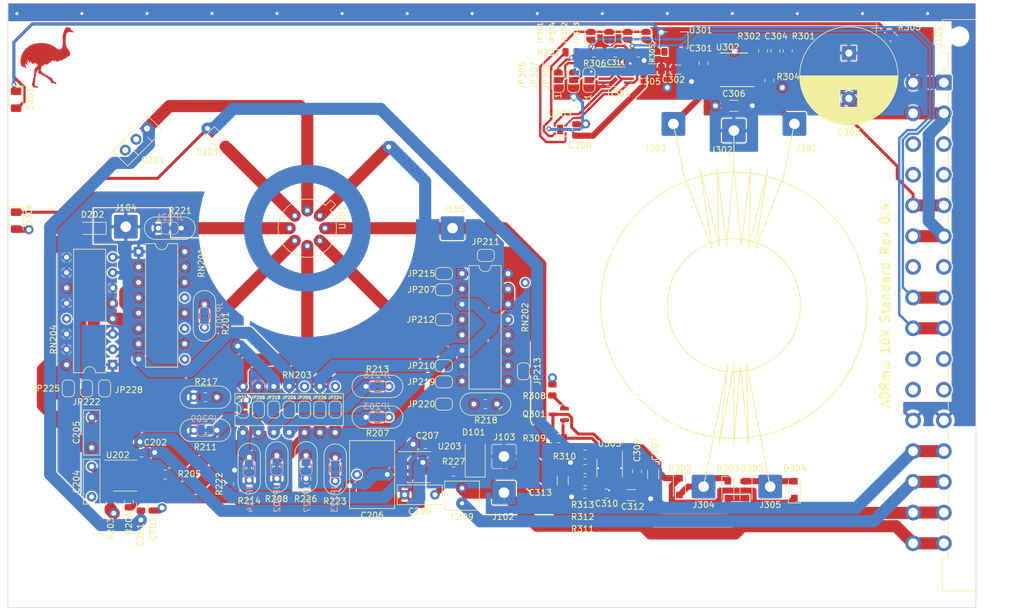
<source format=kicad_pcb>
(kicad_pcb (version 20211014) (generator pcbnew)
  (title_block (title "ADRmu") (date "2022-03-02") (rev "0.4") (company "RPG"))
  (layers (0 "F.Cu" signal) (1 "In1.Cu" signal) (2 "In2.Cu" signal) (31 "B.Cu" signal) (34 "B.Paste" user) (35 "F.Paste" user) (36 "B.SilkS" user "B.Silkscreen") (37 "F.SilkS" user "F.Silkscreen") (38 "B.Mask" user) (39 "F.Mask" user) (44 "Edge.Cuts" user))
  (net 0 "")
  (net 1 "+12V")
  (net 2 "GND")
  (net 3 "+3V3")
  (net 4 "/DC-DC/sync")
  (net 5 "/DC-DC/SCL")
  (net 6 "/DC-DC/SDA")
  (net 12 "/ref/10Vforce")
  (net 13 "/ref/10Vsense")
  (net 14 "/ref/ADR_Pin8")
  (net 15 "/ref/ADR_Pin6")
  (net 16 "/ref/ADR_Pin7")
  (net 17 "/ref/ADR_Pin5")
  (net 18 "/ref/ADR_Pin4")
  (net 19 "/ref/ADR_Pin3")
  (net 20 "/DC-DC/status")
  (net 21 "/DC-DC/PG")
  (net 24 "/DC-DC/12Vf")
  (net 25 "/ref/heater+")
  (net 26 "/ref/R206_Pin1")
  (net 27 "/ref/U202A_out")
  (net 28 "/DC-DC/pwr_LED")
  (net 29 "/DC-DC/xformer_A")
  (net 30 "/ref/U203_+in")
  (net 31 "/DC-DC/xformer_B")
  (net 32 "/DC-DC/status_LED")
  (net 33 "/ref/U203_out")
  (net 34 "/ref/U203_-in")
  (net 35 "/ref/RN203_Pin5")
  (net 36 "/ref/RN203_Pin4")
  (net 37 "/ref/RN201_Pin15")
  (net 38 "/ref/heater-")
  (net 39 "/ref/RN203_Pin2")
  (net 40 "/ref/Q201_base")
  (net 41 "/ref/RN203_Pin1")
  (net 42 "/ref/RN201_Pin5")
  (net 43 "/ref/RN203_Pin3")
  (net 44 "/DC-DC/filtered+")
  (net 45 "/ref/RN203_Pin7")
  (net 46 "/ref/RN203_Pin6")
  (net 47 "/DC-DC/U302_ct")
  (net 48 "/DC-DC/U305_set")
  (net 49 "/DC-DC/U302_cola")
  (net 50 "/DC-DC/U302_colb")
  (net 51 "/DC-DC/U304_add0")
  (net 52 "/DC-DC/U302_rt")
  (net 53 "/DC-DC/U302_rsl")
  (net 54 "/DC-DC/U304_alert")
  (net 55 "/DC-DC/U305_ilim")
  (net 56 "/DC-DC/U305_pgfb")
  (net 57 "/ref/7Vref")
  (net 58 "Earth")
  (net 59 "/ref/RN202_Pin2")
  (net 60 "/ref/JP211_Pin1")
  (net 61 "/ref/RN202_Pin16")
  (net 62 "/ref/RN202_Pin5")
  (net 63 "/ref/RN202_Pin1")
  (net 64 "/ref/RN202_Pin8")
  (net 65 "/ref/JP221_Pin2")
  (net 66 "/ref/RN204_Pin16")
  (net 67 "/ref/RN204_Pin11")
  (net 68 "/ref/RN204_Pin5")
  (net 69 "/ref/RN201_Pin10")
  (net 70 "/ref/RN201_Pin14")
  (net 71 "/ref/RN202_Pin14")
  (net 72 "GNDA")
  (net 73 "/ref/U202B_out")
  (net 74 "/ref/U202B_-in")
  (net 75 "/DC-DC/U303_a0")
  (net 76 "/DC-DC/U303_a2")
  (net 77 "/DC-DC/U303_a1")
  (footprint "Resistor_SMD:R_0805_2012Metric" (layer "F.Cu") (at 166.8514 58.2096 180)
    (fp_text reference "R306")
    (fp_text value "4k99")
  )
  (footprint "Resistor_SMD:R_0805_2012Metric" (layer "F.Cu") (at 216.375 55.8 135)
    (fp_text reference "R303")
    (fp_text value "49k9")
  )
  (footprint "Resistor_SMD:R_0805_2012Metric" (layer "F.Cu") (at 87 132.754376 90)
    (fp_text reference "R203")
    (fp_text value "1k")
  )
  (footprint "Jumper:SolderJumper-2_P1.3mm_Open_RoundedPad1.0x1.5mm" (layer "F.Cu") (at 142.072624 102.373)
    (fp_text reference "JP212")
    (fp_text value "Jumper_2_Open")
  )
  (footprint "Resistor_SMD:R_0805_2012Metric" (layer "F.Cu") (at 106.588624 129.558 90)
    (fp_text reference "R222")
    (fp_text value "1k")
  )
  (footprint "LED_SMD:LED_1206_3216Metric" (layer "F.Cu") (at 71.375 86 -90)
    (fp_text reference "D306")
    (fp_text value "LT Y8SG-V2AB-36")
  )
  (footprint "Resistor_SMD:R_0805_2012Metric" (layer "F.Cu") (at 165.396 129.111)
    (fp_text reference "R312")
    (fp_text value "1M")
  )
  (footprint "Jumper:SolderJumper-2_P1.3mm_Bridged_RoundedPad1.0x1.5mm" (layer "F.Cu") (at 142.072624 109.993)
    (fp_text reference "JP210")
    (fp_text value "Jumper_2_Bridged")
  )
  (footprint "Capacitor_THT:C_Rect_L7.2mm_W11.0mm_P5.00mm_FKS2_FKP2_MKS2_MKP2" (layer "F.Cu") (at 132.710624 128 180)
    (fp_text reference "C206")
    (fp_text value "10u Film")
  )
  (footprint "Connector_Wire:SolderWire-1sqmm_1x01_D1.4mm_OD3.9mm" (layer "F.Cu") (at 196 130 180)
    (fp_text reference "J305")
    (fp_text value "Conn_01x01")
  )
  (footprint "MountingHole:MountingHole_4.3mm_M4" (layer "F.Cu") (at 172 118 180)
    (fp_text reference "H303" hide)
    (fp_text value "MountingHole")
  )
  (footprint "Connector_Wire:SolderWire-1sqmm_1x01_D1.4mm_OD3.9mm" (layer "F.Cu") (at 200 70)
    (fp_text reference "J301")
    (fp_text value "Conn_01x01")
  )
  (footprint "Capacitor_SMD:C_0805_2012Metric" (layer "F.Cu") (at 94 133 90)
    (fp_text reference "C203")
    (fp_text value "100n 50V")
  )
  (footprint "Resistor_SMD:R_0805_2012Metric" (layer "F.Cu") (at 131.094624 113.429)
    (fp_text reference "R215" hide)
    (fp_text value "0")
  )
  (footprint "Resistor_SMD:R_0805_2012Metric" (layer "F.Cu") (at 143.672624 127.5)
    (fp_text reference "R227")
    (fp_text value "100")
  )
  (footprint "Jumper:SolderJumper-2_P1.3mm_Open_RoundedPad1.0x1.5mm" (layer "F.Cu") (at 142.072624 116.343)
    (fp_text reference "JP220")
    (fp_text value "Jumper_2_Open")
  )
  (footprint "Resistor_SMD:R_0805_2012Metric" (layer "F.Cu") (at 102.499624 101.754376 90)
    (fp_text reference "R202" hide)
    (fp_text value "0")
  )
  (footprint "Capacitor_SMD:C_0805_2012Metric" (layer "F.Cu") (at 170.4074 58.2096)
    (fp_text reference "C311")
    (fp_text value "100n 50V")
  )
  (footprint "MountingHole:MountingHole_4.3mm_M4" (layer "F.Cu") (at 185 95 180)
    (fp_text reference "H306" hide)
    (fp_text value "MountingHole")
  )
  (footprint "Diode_SMD:D_SOD-123" (layer "F.Cu") (at 105 72.754376 -45)
    (fp_text reference "D201")
    (fp_text value "1N4148")
  )
  (footprint "Resistor_SMD:R_0805_2012Metric" (layer "F.Cu") (at 174.2174 58.2096 180)
    (fp_text reference "R305")
    (fp_text value "4k99")
  )
  (footprint "Jumper:SolderJumper-2_P1.3mm_Open_RoundedPad1.0x1.5mm" (layer "F.Cu") (at 119.034624 117.249 90)
    (fp_text reference "JP205")
    (fp_text value "Jumper_2_Open")
  )
  (footprint "Connector_DIN:DIN41612_D_2x16_Male_Horizontal_THT" (layer "F.Cu") (at 224.7 60.63 -90)
    (fp_text reference "J101")
    (fp_text value "Harting 09042326831")
  )
  (footprint "Jumper:SolderJumper-3_P1.3mm_Open_RoundedPad1.0x1.5mm_NumberLabels" (layer "F.Cu") (at 163.5029 62.75236 90)
    (fp_text reference "JP307")
    (fp_text value "Jumper_3_Open")
  )
  (footprint "Crystal:Crystal_HC52-U_Vertical" (layer "F.Cu") (at 129.194624 113.429)
    (fp_text reference "R213")
    (fp_text value "0")
  )
  (footprint "Resistor_SMD:R_0805_2012Metric" (layer "F.Cu") (at 195.848 62.8 -90)
    (fp_text reference "R304")
    (fp_text value "16k9")
  )
  (footprint "Package_SO:SOIC-8_3.9x4.9mm_P1.27mm" (layer "F.Cu") (at 137.957624 126.764)
    (fp_text reference "U203")
    (fp_text value "ADA4523-1")
  )
  (footprint "Package_SON:WSON-6-1EP_2x2mm_P0.65mm_EP1x1.6mm" (layer "F.Cu") (at 161.284 70.924)
    (fp_text reference "U303")
    (fp_text value "TMP117")
  )
  (footprint "Crystal:Crystal_HC52-U_Vertical" (layer "F.Cu") (at 124.114624 125.24 -90)
    (fp_text reference "R223")
    (fp_text value "0")
  )
  (footprint "Jumper:SolderJumper-2_P1.3mm_Open_RoundedPad1.0x1.5mm" (layer "F.Cu") (at 172.4394 55.4156 90)
    (fp_text reference "JP302")
    (fp_text value "Jumper_2_Open")
  )
  (footprint "MountingHole:MountingHole_4.3mm_M4" (layer "F.Cu") (at 185 105 180)
    (fp_text reference "H304" hide)
    (fp_text value "MountingHole")
  )
  (footprint "Resistor_SMD:R_0805_2012Metric" (layer "F.Cu") (at 124.114624 127.0775 -90)
    (fp_text reference "R224" hide)
    (fp_text value "0")
  )
  (footprint "Resistor_SMD:R_0805_2012Metric" (layer "F.Cu") (at 198.896 57.912 90)
    (fp_text reference "R301")
    (fp_text value "10k")
  )
  (footprint "Resistor_SMD:R_0805_2012Metric" (layer "F.Cu") (at 109.890624 126.9505 -90)
    (fp_text reference "R212" hide)
    (fp_text value "0")
  )
  (footprint "Jumper:SolderJumper-2_P1.3mm_Open_RoundedPad1.0x1.5mm" (layer "F.Cu") (at 142.072624 97.42)
    (fp_text reference "JP207")
    (fp_text value "Jumper_2_Open")
  )
  (footprint "Capacitor_SMD:C_1206_3216Metric" (layer "F.Cu") (at 176.544 60.96)
    (fp_text reference "C305")
    (fp_text value "22u 25V")
  )
  (footprint "Resistor_SMD:R_0805_2012Metric" (layer "F.Cu") (at 119.288624 126.759 -90)
    (fp_text reference "R225" hide)
    (fp_text value "0")
  )
  (footprint "Crystal:Crystal_HC52-U_Vertical" (layer "F.Cu") (at 104.556624 115.207 180)
    (fp_text reference "R217")
    (fp_text value "18k2")
  )
  (footprint "Jumper:SolderJumper-2_P1.3mm_Open_RoundedPad1.0x1.5mm" (layer "F.Cu") (at 83 113.754376 -90)
    (fp_text reference "JP222")
    (fp_text value "Jumper_2_Open")
  )
  (footprint "Capacitor_THT:C_Rect_L7.2mm_W3.0mm_P5.00mm_FKS2_FKP2_MKS2_MKP2" (layer "F.Cu") (at 140.584624 131.336 180)
    (fp_text reference "C208")
    (fp_text value "220n Film")
  )
  (footprint "Capacitor_SMD:C_1206_3216Metric" (layer "F.Cu") (at 173.016 131.397)
    (fp_text reference "C312")
    (fp_text value "22u 25V")
  )
  (footprint "Connector_Wire:SolderWire-1sqmm_1x01_D1.4mm_OD3.9mm" (layer "F.Cu") (at 143.499624 87.249)
    (fp_text reference "J105")
    (fp_text value "Lo")
  )
  (footprint "Package_TO_SOT_SMD:SOT-89-3" (layer "F.Cu") (at 180.0594 56.4316 90)
    (fp_text reference "U301")
    (fp_text value "L78L33_SOT89")
  )
  (footprint "Package_SO:MSOP-12-1EP_3x4mm_P0.65mm_EP1.65x2.85mm" (layer "F.Cu") (at 169.46 126.952 -90)
    (fp_text reference "U305")
    (fp_text value "LT3045xMSE")
  )
  (footprint "Crystal:Crystal_HC52-U_Vertical" (layer "F.Cu") (at 114.462624 124.859 -90)
    (fp_text reference "R208")
    (fp_text value "0")
  )
  (footprint "Crystal:Crystal_HC52-U_Vertical" (layer "F.Cu") (at 109.890624 125.113 -90)
    (fp_text reference "R214")
    (fp_text value "0")
  )
  (footprint "Resistor_SMD:R_0805_2012Metric" (layer "F.Cu") (at 131.079124 118.509)
    (fp_text reference "R209" hide)
    (fp_text value "0")
  )
  (footprint "Capacitor_SMD:C_0805_2012Metric" (layer "F.Cu") (at 164 71 90)
    (fp_text reference "C308")
    (fp_text value "100n 50V")
  )
  (footprint "ADRmu_Library:osmu_logo" (layer "F.Cu") (at 76.5 59)
    (fp_text reference "SYM101" hide)
    (fp_text value "OSMU" hide)
  )
  (footprint "Diode_SMD:D_SMA" (layer "F.Cu") (at 147.25 125 90)
    (fp_text reference "D101")
    (fp_text value "SMAJ11A‎")
  )
  (footprint "Jumper:SolderJumper-2_P1.3mm_Open_RoundedPad1.0x1.5mm" (layer "F.Cu") (at 111.414624 117.249 90)
    (fp_text reference "JP208")
    (fp_text value "Jumper_2_Open")
  )
  (footprint "NetTie:NetTie-2_SMD_Pad2.0mm" (layer "F.Cu") (at 150 87.254376 180)
    (fp_text reference "NT201" hide)
    (fp_text value "NetTie_2")
  )
  (footprint "Capacitor_THT:C_Rect_L4.6mm_W5.5mm_P2.50mm_MKS02_FKP02" (layer "F.Cu") (at 145.069624 132.75 90)
    (fp_text reference "C209")
    (fp_text value "1u Film")
  )
  (footprint "Package_TO_SOT_THT:TO-126-3_Vertical" (layer "F.Cu") (at 93 70.754376 -135)
    (fp_text reference "Q201")
    (fp_text value "BD135")
  )
  (footprint "Capacitor_SMD:C_0805_2012Metric" (layer "F.Cu") (at 181 61.016 180)
    (fp_text reference "C302")
    (fp_text value "100n 50V")
  )
  (footprint "Package_SO:SOIC-8_3.9x4.9mm_P1.27mm" (layer "F.Cu") (at 89.414624 128.1765)
    (fp_text reference "U202")
    (fp_text value "OPA2140")
  )
  (footprint "Resistor_SMD:R_0805_2012Metric" (layer "F.Cu") (at 165.396 124.666 180)
    (fp_text reference "R310")
    (fp_text value "1k")
  )
  (footprint "Crystal:Crystal_HC52-U_Vertical" (layer "F.Cu") (at 102.499624 103.654376 90)
    (fp_text reference "R201")
    (fp_text value "0")
  )
  (footprint "MountingHole:MountingHole_4.3mm_M4" (layer "F.Cu") (at 195 105 180)
    (fp_text reference "H302" hide)
    (fp_text value "MountingHole")
  )
  (footprint "Package_DIP:DIP-16_W7.62mm" (layer "F.Cu") (at 91.614812 91.134376)
    (fp_text reference "RN201")
    (fp_text value "Vishay TDP 10k")
  )
  (footprint "Jumper:SolderJumper-3_P1.3mm_Open_RoundedPad1.0x1.5mm_NumberLabels" (layer "F.Cu") (at 160.9629 62.75236 90)
    (fp_text reference "JP306")
    (fp_text value "Jumper_3_Open")
  )
  (footprint "Jumper:SolderJumper-2_P1.3mm_Open_RoundedPad1.0x1.5mm" (layer "F.Cu") (at 166.3434 55.4156 90)
    (fp_text reference "JP301")
    (fp_text value "Jumper_2_Open")
  )
  (footprint "Capacitor_THT:CP_Radial_D16.0mm_P7.50mm" (layer "F.Cu") (at 209 58.287246 -90)
    (fp_text reference "C303")
    (fp_text value "470u 25V")
  )
  (footprint "Diode_SMD:D_SOD-123" (layer "F.Cu") (at 84 87.267 180)
    (fp_text reference "D202")
    (fp_text value "1N4148")
  )
  (footprint "Resistor_SMD:R_0805_2012Metric" (layer "F.Cu") (at 96 128 180)
    (fp_text reference "R205")
    (fp_text value "10k")
  )
  (footprint "Crystal:Crystal_HC52-U_Vertical" (layer "F.Cu") (at 119.288624 124.859 -90)
    (fp_text reference "R226")
    (fp_text value "0")
  )
  (footprint "Jumper:SolderJumper-2_P1.3mm_Open_RoundedPad1.0x1.5mm" (layer "F.Cu") (at 113.954624 117.249 90)
    (fp_text reference "JP218")
    (fp_text value "Jumper_2_Open")
  )
  (footprint "MountingHole:MountingHole_4.3mm_M4" (layer "F.Cu") (at 208 118 180)
    (fp_text reference "H301" hide)
    (fp_text value "MountingHole")
  )
  (footprint "Connector_Wire:SolderWire-1sqmm_1x01_D1.4mm_OD3.9mm" (layer "F.Cu") (at 89.5 87.004376)
    (fp_text reference "J104")
    (fp_text value "7Vref")
  )
  (footprint "Crystal:Crystal_HC52-U_Vertical" (layer "F.Cu") (at 147.030624 116.343)
    (fp_text reference "R218")
    (fp_text value "0")
  )
  (footprint "Jumper:SolderJumper-2_P1.3mm_Open_RoundedPad1.0x1.5mm" (layer "F.Cu") (at 124.114624 117.249 -90)
    (fp_text reference "JP224")
    (fp_text value "Jumper_2_Open")
  )
  (footprint "Connector_Wire:SolderWire-1sqmm_1x01_D1.4mm_OD3.9mm" (layer "F.Cu") (at 152 131)
    (fp_text reference "J102")
    (fp_text value "10Vf")
  )
  (footprint "Diode_SMD:D_SOD-123F" (layer "F.Cu") (at 181 130 -90)
    (fp_text reference "D302")
    (fp_text value "PMEG6010CEH")
  )
  (footprint "Capacitor_SMD:C_0805_2012Metric" (layer "F.Cu") (at 168.952 131.143)
    (fp_text reference "C310")
    (fp_text value "100n 50V")
  )
  (footprint "Capacitor_SMD:C_0805_2012Metric" (layer "F.Cu") (at 174 127.46 -90)
    (fp_text reference "C309")
    (fp_text value "100n 50V")
  )
  (footprint "Resistor_SMD:R_0805_2012Metric" (layer "F.Cu") (at 165.396 131.143 180)
    (fp_text reference "R311")
    (fp_text value "110k")
  )
  (footprint "Resistor_SMD:R_0805_2012Metric" (layer "F.Cu") (at 163.0922 58.1588 180)
    (fp_text reference "R307")
    (fp_text value "4k99")
  )
  (footprint "Resistor_SMD:R_0805_2012Metric" (layer "F.Cu") (at 161 122 180)
    (fp_text reference "R309")
    (fp_text value "200k")
  )
  (footprint "MountingHole:MountingHole_4.3mm_M4" (layer "F.Cu") (at 195 95 180)
    (fp_text reference "H308" hide)
    (fp_text value "MountingHole")
  )
  (footprint "Resistor_SMD:R_0805_2012Metric" (layer "F.Cu") (at 102.656624 115.207 180)
    (fp_text reference "R216" hide)
    (fp_text value "18k2")
  )
  (footprint "Jumper:SolderJumper-2_P1.3mm_Open_RoundedPad1.0x1.5mm" (layer "F.Cu") (at 175.4874 55.4156 90)
    (fp_text reference "JP303")
    (fp_text value "Jumper_2_Open")
  )
  (footprint "Package_SO:TSSOP-16-1EP_4.4x5mm_P0.65mm" (layer "F.Cu") (at 190 61 180)
    (fp_text reference "U302")
    (fp_text value "LT3439")
  )
  (footprint "Jumper:SolderJumper-2_P1.3mm_Open_RoundedPad1.0x1.5mm" (layer "F.Cu") (at 155.229624 110.927624 90)
    (fp_text reference "JP213")
    (fp_text value "Jumper_2_Open")
  )
  (footprint "Resistor_SMD:R_0805_2012Metric" (layer "F.Cu") (at 90 132.5 90)
    (fp_text reference "R204")
    (fp_text value "1M")
  )
  (footprint "Jumper:SolderJumper-2_P1.3mm_Bridged_RoundedPad1.0x1.5mm" (layer "F.Cu") (at 142.072624 112.66)
    (fp_text reference "JP219")
    (fp_text value "Jumper_2_Bridged")
  )
  (footprint "Connector_Wire:SolderWire-1sqmm_1x01_D1.4mm_OD3.9mm" (layer "F.Cu") (at 152 125)
    (fp_text reference "J103")
    (fp_text value "10Vs")
  )
  (footprint "Package_TO_SOT_SMD:SOT-23" (layer "F.Cu") (at 161.0625 118.05 180)
    (fp_text reference "Q301")
    (fp_text value "MMBT3904")
  )
  (footprint "Resistor_SMD:R_0805_2012Metric" (layer "F.Cu") (at 160 114 90)
    (fp_text reference "R308")
    (fp_text value "49k9")
  )
  (footprint "Jumper:SolderJumper-2_P1.3mm_Bridged_RoundedPad1.0x1.5mm" (layer "F.Cu") (at 142.072624 94.753)
    (fp_text reference "JP215")
    (fp_text value "Jumper_2_Bridged")
  )
  (footprint "Package_TO_SOT_THT:TO-5-8" (layer "F.Cu") (at 119.499624 84.334 -90)
    (fp_text reference "U201")
    (fp_text value "ADR1000")
  )
  (footprint "Jumper:SolderJumper-2_P1.3mm_Bridged_RoundedPad1.0x1.5mm" (layer "F.Cu") (at 86 113.754376 90)
    (fp_text reference "JP228")
    (fp_text value "Jumper_2_Bridged")
  )
  (footprint "Connector_Wire:SolderWire-1sqmm_1x01_D1.4mm_OD3.9mm" (layer "F.Cu") (at 190 71.1)
    (fp_text reference "J302")
    (fp_text value "Conn_01x01")
  )
  (footprint "Capacitor_THT:C_Rect_L7.2mm_W2.5mm_P5.00mm_FKS2_FKP2_MKS2_MKP2" (layer "F.Cu") (at 83.855624 123.549 90)
    (fp_text reference "C205")
    (fp_text value "100n Film")
  )
  (footprint "Jumper:SolderJumper-3_P1.3mm_Open_RoundedPad1.0x1.5mm_NumberLabels" (layer "F.Cu") (at 166.0429 62.75236 90)
    (fp_text reference "JP305")
    (fp_text value "Jumper_3_Open")
  )
  (footprint "Capacitor_SMD:C_0805_2012Metric" (layer "F.Cu") (at 139 122.954)
    (fp_text reference "C207")
    (fp_text value "100n 50V")
  )
  (footprint "Package_SO:MSOP-8_3x3mm_P0.65mm" (layer "F.Cu") (at 170.5387 62.19356)
    (fp_text reference "U304")
    (fp_text value "BR24H64FVM")
  )
  (footprint "LED_SMD:LED_1206_3216Metric" (layer "F.Cu") (at 71.375 66 -90)
    (fp_text reference "D301")
    (fp_text value "LT Y8SG-V2AB-36")
  )
  (footprint "Crystal:Crystal_HC52-U_Vertical" (layer "F.Cu") (at 98.674624 87.249 180)
    (fp_text reference "R221")
    (fp_text value "0")
  )
  (footprint "Jumper:SolderJumper-2_P1.3mm_Open_RoundedPad1.0x1.5mm" (layer "F.Cu") (at 108.874624 117.249 90)
    (fp_text reference "JP217")
    (fp_text value "Jumper_2_Open")
  )
  (footprint "Package_DIP:DIP-16_W7.62mm" (layer "F.Cu") (at 87.332263 109.834376 180)
    (fp_text reference "RN204")
    (fp_text value "Vishay TDP 100")
  )
  (footprint "Resistor_SMD:R_0805_2012Metric" (layer "F.Cu") (at 114.462624 126.6965 -90)
    (fp_text reference "R206" hide)
    (fp_text value "0")
  )
  (footprint "Resistor_SMD:R_0805_2012Metric" (layer "F.Cu") (at 96.774624 87.249 180)
    (fp_text reference "R219" hide)
    (fp_text value "0")
  )
  (footprint "Jumper:SolderJumper-2_P1.3mm_Bridged_RoundedPad1.0x1.5mm" (layer "F.Cu") (at 149 91.754376 180)
    (fp_text reference "JP211")
    (fp_text value "Jumper_2_Bridged")
  )
  (footprint "Resistor_SMD:R_0805_2012Metric" (layer "F.Cu") (at 102.656624 120.668 180)
    (fp_text reference "R210" hide)
    (fp_text value "0")
  )
  (footprint "Package_DIP:DIP-14_W7.62mm" (layer "F.Cu") (at 108.874624 121.049 90)
    (fp_text reference "RN203")
    (fp_text value "322146")
  )
  (footprint "Diode_SMD:D_SOD-123F" (layer "F.Cu") (at 192 130.5 -90)
    (fp_text reference "D305")
    (fp_text value "PMEG6010CEH")
  )
  (footprint "Connector_Wire:SolderWire-1sqmm_1x01_D1.4mm_OD3.9mm" (layer "F.Cu") (at 185 130 180)
    (fp_text reference "J304")
    (fp_text value "Conn_01x01")
  )
  (footprint "Crystal:Crystal_HC52-U_Vertical" (layer "F.Cu") (at 104.556624 120.668 180)
    (fp_text reference "R211")
    (fp_text value "0")
  )
  (footprint "Capacitor_SMD:C_1206_3216Metric" (layer "F.Cu") (at 190 67 180)
    (fp_text reference "C306")
    (fp_text value "22u 25V")
  )
  (footprint "Capacitor_SMD:C_0805_2012Metric" (layer "F.Cu") (at 92.110624 124.351)
    (fp_text reference "C202")
    (fp_text value "100n 50V")
  )
  (footprint "Crystal:Crystal_HC52-U_Vertical" (layer "F.Cu") (at 129.194624 118.509)
    (fp_text reference "R207")
    (fp_text value "0")
  )
  (footprint "Capacitor_SMD:C_1206_3216Metric" (layer "F.Cu") (at 161.713 129 90)
    (fp_text reference "C313")
    (fp_text value "22u 25V")
  )
  (footprint "Jumper:SolderJumper-2_P1.3mm_Open_RoundedPad1.0x1.5mm" (layer "F.Cu") (at 169.3914 55.4156 90)
    (fp_text reference "JP304")
    (fp_text value "Jumper_2_Open")
  )
  (footprint "Capacitor_SMD:C_0805_2012Metric" (layer "F.Cu") (at 185 59.944 90)
    (fp_text reference "C301")
    (fp_text value "100n 50V")
  )
  (footprint "Diode_SMD:D_SOD-123F" (layer "F.Cu") (at 200 130.5 90)
    (fp_text reference "D304")
    (fp_text value "PMEG6010CEH")
  )
  (footprint "Resistor_SMD:R_0805_2012Metric" (layer "F.Cu") (at 194.832 57.912 90)
    (fp_text reference "R302")
    (fp_text value "16k9")
  )
  (footprint "Package_DIP:DIP-16_W7.62mm" (layer "F.Cu") (at 145.069624 94.76)
    (fp_text reference "RN202")
    (fp_text value "Vishay TDP 10k")
  )
  (footprint "Capacitor_SMD:C_0805_2012Metric" (layer "F.Cu") (at 92 133 90)
    (fp_text reference "C201")
    (fp_text value "100n 50V")
  )
  (footprint "Capacitor_SMD:C_0805_2012Metric" (layer "F.Cu") (at 196.864 57.912 90)
    (fp_text reference "C304")
    (fp_text value "1n 50V")
  )
  (footprint "Resistor_SMD:R_0805_2012Metric" (layer "F.Cu") (at 148.930624 116.343)
    (fp_text reference "R220" hide)
    (fp_text value "0")
  )
  (footprint "Jumper:SolderJumper-2_P1.3mm_Open_RoundedPad1.0x1.5mm" (layer "F.Cu") (at 80 113.754376 90)
    (fp_text reference "JP225")
    (fp_text value "Jumper_2_Open")
  )
  (footprint "MountingHole:MountingHole_4.3mm_M4" (layer "F.Cu") (at 172 82 180)
    (fp_text reference "H305" hide)
    (fp_text value "MountingHole")
  )
  (footprint "MountingHole:MountingHole_4.3mm_M4" (layer "F.Cu") (at 208 82 180)
    (fp_text reference "H307" hide)
    (fp_text value "MountingHole")
  )
  (footprint "Diode_SMD:D_SOD-123F" (layer "F.Cu") (at 189 130.5 -90)
    (fp_text reference "D303")
    (fp_text value "PMEG6010CEH")
  )
  (footprint "Jumper:SolderJumper-2_P1.3mm_Open_RoundedPad1.0x1.5mm" (layer "F.Cu") (at 121.574624 117.249 90)
    (fp_text reference "JP226")
    (fp_text value "Jumper_2_Open")
  )
  (footprint "Resistor_SMD:R_0805_2012Metric" (layer "F.Cu") (at 165.396 127.079 180)
    (fp_text reference "R313")
    (fp_text value "30k")
  )
  (footprint "Capacitor_SMD:C_1206_3216Metric" (layer "F.Cu") (at 176.659 128 -90)
    (fp_text reference "C307")
    (fp_text value "22u 25V")
  )
  (footprint "Capacitor_THT:C_Rect_L7.2mm_W2.5mm_P5.00mm_FKS2_FKP2_MKS2_MKP2" (layer "F.Cu") (at 83.855624 131.677 90)
    (fp_text reference "C204")
    (fp_text value "100n Film")
  )
  (footprint "Connector_Wire:SolderWire-1sqmm_1x01_D1.4mm_OD3.9mm" (layer "F.Cu") (at 180 70)
    (fp_text reference "J303")
    (fp_text value "Conn_01x01")
  )
  (footprint "Jumper:SolderJumper-2_P1.3mm_Open_RoundedPad1.0x1.5mm" (layer "F.Cu") (at 116.499624 117.249 -90)
    (fp_text reference "JP206")
    (fp_text value "Jumper_2_Open")
  )
  (footprint "Jumper:SolderJumper-2_P1.3mm_Bridged_RoundedPad1.0x1.5mm" (layer "B.Cu") (at 102.499624 101.754376 90)
    (fp_text reference "JP201")
    (fp_text value "Jumper_2_Bridged")
  )
  (footprint "Jumper:SolderJumper-2_P1.3mm_Bridged_RoundedPad1.0x1.5mm" (layer "B.Cu") (at 109.890624 126.9505 -90)
    (fp_text reference "JP214")
    (fp_text value "Jumper_2_Bridged")
  )
  (footprint "Jumper:SolderJumper-2_P1.3mm_Bridged_RoundedPad1.0x1.5mm" (layer "B.Cu") (at 96.774624 87.249 180)
    (fp_text reference "JP221")
    (fp_text value "Jumper_2_Bridged")
  )
  (footprint "Jumper:SolderJumper-2_P1.3mm_Bridged_RoundedPad1.0x1.5mm" (layer "B.Cu") (at 124.114624 127.0775 -90)
    (fp_text reference "JP223")
    (fp_text value "Jumper_2_Bridged")
  )
  (footprint "Jumper:SolderJumper-2_P1.3mm_Bridged_RoundedPad1.0x1.5mm" (layer "B.Cu") (at 102.656624 120.668 180)
    (fp_text reference "JP209")
    (fp_text value "Jumper_2_Bridged")
  )
  (footprint "Jumper:SolderJumper-2_P1.3mm_Bridged_RoundedPad1.0x1.5mm" (layer "B.Cu") (at 119.288624 126.759 -90)
    (fp_text reference "JP227")
    (fp_text value "Jumper_2_Bridged")
  )
  (footprint "Jumper:SolderJumper-2_P1.3mm_Bridged_RoundedPad1.0x1.5mm" (layer "B.Cu") (at 131.079124 118.509)
    (fp_text reference "JP203")
    (fp_text value "Jumper_2_Bridged")
  )
  (footprint "Jumper:SolderJumper-2_P1.3mm_Bridged_RoundedPad1.0x1.5mm" (layer "B.Cu") (at 114.462624 126.6965 -90)
    (fp_text reference "JP202")
    (fp_text value "Jumper_2_Bridged")
  )
  (footprint "Jumper:SolderJumper-2_P1.3mm_Bridged_RoundedPad1.0x1.5mm" (layer "B.Cu") (at 131.094624 113.429)
    (fp_text reference "JP216")
    (fp_text value "Jumper_2_Bridged")
  )
  (gr_circle (center 119.499624 87.249) (end 128.499624 87.249) (layer "B.Cu") (width 3) (fill none))
  (gr_line (start 192.079117 109.781476) (end 192.404155 122.874004) (layer "F.SilkS") (width 0.15))
  (gr_line (start 193.583679 90.664196) (end 195.564204 77.683199) (layer "F.SilkS") (width 0.15))
  (gr_line (start 187.580781 90.297043) (end 187.197006 77.171438) (layer "F.SilkS") (width 0.15))
  (gr_line (start 188.954715 109.945219) (end 187.595845 122.874004) (layer "F.SilkS") (width 0.15))
  (gr_line (start 187.580781 90.297043) (end 184.435796 77.683199) (layer "F.SilkS") (width 0.15))
  (gr_line (start 192.079117 109.781476) (end 196 130) (layer "F.SilkS") (width 0.15))
  (gr_line (start 181.757538 78.52765) (end 180 70) (layer "F.SilkS") (width 0.15))
  (gr_line (start 188.781307 90.074538) (end 187.197006 77.171438) (layer "F.SilkS") (width 0.15))
  (gr_line (start 191.218693 90.074538) (end 190 77) (layer "F.SilkS") (width 0.15))
  (gr_line (start 198.242462 78.52765) (end 200 70) (layer "F.SilkS") (width 0.15))
  (gr_line (start 192.419219 90.297043) (end 195.564204 77.683199) (layer "F.SilkS") (width 0.15))
  (gr_circle (center 190 100) (end 168 100) (layer "F.SilkS") (width 0.15) (fill none))
  (gr_line (start 191.045285 109.945219) (end 190 123) (layer "F.SilkS") (width 0.15))
  (gr_line (start 186.416321 90.664196) (end 181.757538 78.52765) (layer "F.SilkS") (width 0.15))
  (gr_line (start 193.583679 90.664196) (end 198.242462 78.52765) (layer "F.SilkS") (width 0.15))
  (gr_line (start 186.416321 90.664196) (end 184.435796 77.683199) (layer "F.SilkS") (width 0.15))
  (gr_line (start 192.419219 90.297043) (end 192.802994 77.171438) (layer "F.SilkS") (width 0.15))
  (gr_line (start 190 110) (end 190 123) (layer "F.SilkS") (width 0.15))
  (gr_line (start 188.954715 109.945219) (end 185 130) (layer "F.SilkS") (width 0.15))
  (gr_line (start 190 110) (end 187.595845 122.874004) (layer "F.SilkS") (width 0.15))
  (gr_line (start 190 77) (end 190 71) (layer "F.SilkS") (width 0.15))
  (gr_line (start 191.045285 109.945219) (end 192.404155 122.874004) (layer "F.SilkS") (width 0.15))
  (gr_line (start 188.781307 90.074538) (end 190 77) (layer "F.SilkS") (width 0.15))
  (gr_circle (center 190 100) (end 179 100) (layer "F.SilkS") (width 0.15) (fill none))
  (gr_line (start 191.218693 90.074538) (end 192.802994 77.171438) (layer "F.SilkS") (width 0.15))
  (gr_rect locked (start 230 50) (end 70 150) (layer "Edge.Cuts") (width 0.1) (fill none))
  (gr_text "ADRmu 10V Standard Rev 0.4" (at 215 100 90) (layer "F.SilkS") (effects (font (size 1.5 1.5) (thickness 0.3))))
  (segment (start 224.7 63.17) (end 219.62 63.17) (width 2) (layer "F.Cu") (net 1))
  (segment (start 181.6 58.546) (end 181.6 60.666) (width 1) (layer "F.Cu") (net 1))
  (segment (start 217.201235 56.445235) (end 219.62 58.864) (width 1) (layer "F.Cu") (net 1))
  (segment (start 219.62 58.864) (end 219.62 63.17) (width 1) (layer "F.Cu") (net 1))
  (segment (start 217.020235 56.445235) (end 217.201235 56.445235) (width 1) (layer "F.Cu") (net 1))
  (via (at 193.054 67) (size 1.5) (drill 0.8) (layers "F.Cu" "B.Cu") (net 1))
  (via (at 183 63) (size 1.5) (drill 0.8) (layers "F.Cu" "B.Cu") (net 1))
  (segment (start 185.381 59.375) (end 185 58.994) (width 0.4) (layer "F.Cu") (net 2))
  (segment (start 187.225 59.375) (end 185.381 59.375) (width 0.4) (layer "F.Cu") (net 2))
  (segment (start 219.62 68.25) (end 211.462754 68.25) (width 2) (layer "F.Cu") (net 2))
  (segment (start 165.5 70) (end 164.05 70) (width 0.3) (layer "F.Cu") (net 2))
  (segment (start 211.462754 68.25) (end 209 65.787246) (width 2) (layer "F.Cu") (net 2))
  (segment (start 224.7 88.57) (end 219.62 88.57) (width 2) (layer "F.Cu") (net 2))
  (segment (start 71 63.5) (end 71 64.225) (width 0.5) (layer "F.Cu") (net 2))
  (segment (start 224.7 68.25) (end 219.62 68.25) (width 2) (layer "F.Cu") (net 2))
  (segment (start 159.527528 70.924) (end 159.39902 70.795492) (width 0.3) (layer "F.Cu") (net 2))
  (segment (start 160.3965 70.924) (end 159.527528 70.924) (width 0.3) (layer "F.Cu") (net 2))
  (via (at 163.5 65.5) (size 1.5) (drill 0.8) (layers "F.Cu" "B.Cu") (net 2))
  (via (at 198 64) (size 1.5) (drill 0.8) (layers "F.Cu" "B.Cu") (net 2))
  (via (at 159.39902 70.795492) (size 0.8) (drill 0.4) (layers "F.Cu" "B.Cu") (net 2))
  (via (at 190.1 58) (size 1.5) (drill 0.8) (layers "F.Cu" "B.Cu") (net 2))
  (via (at 165.5 70) (size 1.5) (drill 0.8) (layers "F.Cu" "B.Cu") (net 2))
  (via (at 171.4742 59.8352) (size 0.8) (drill 0.4) (layers "F.Cu" "B.Cu") (net 2))
  (via (at 169.493 56.8851) (size 0.8) (drill 0.4) (layers "F.Cu" "B.Cu") (net 2))
  (via (at 179 64) (size 1.5) (drill 0.8) (layers "F.Cu" "B.Cu") (net 2))
  (via (at 178 54.8505) (size 1.5) (drill 0.8) (layers "F.Cu" "B.Cu") (net 2))
  (via (at 186.958 67) (size 1.5) (drill 0.8) (layers "F.Cu" "B.Cu") (net 2))
  (via (at 71 63.5) (size 0.8) (drill 0.4) (layers "F.Cu" "B.Cu") (net 2))
  (segment (start 176.6495 53.5) (end 178 54.8505) (width 0.5) (layer "B.Cu") (net 2))
  (segment (start 224.7 69.3) (end 224.7 68.25) (width 2) (layer "B.Cu") (net 2))
  (segment (start 74 53.5) (end 176.6495 53.5) (width 0.5) (layer "B.Cu") (net 2))
  (segment (start 165 69.5) (end 165 66.4618) (width 0.5) (layer "B.Cu") (net 2))
  (segment (start 222.200489 86.070489) (end 222.200489 71.799511) (width 2) (layer "B.Cu") (net 2))
  (segment (start 71 63.5) (end 71 56.5) (width 0.5) (layer "B.Cu") (net 2))
  (segment (start 222.200489 71.799511) (end 224.7 69.3) (width 2) (layer "B.Cu") (net 2))
  (segment (start 164.0382 65.5) (end 163.5 65.5) (width 0.5) (layer "B.Cu") (net 2))
  (segment (start 165.5 70) (end 165 69.5) (width 0.5) (layer "B.Cu") (net 2))
  (segment (start 224.7 88.57) (end 222.200489 86.070489) (width 2) (layer "B.Cu") (net 2))
  (segment (start 164.576 70.924) (end 159.527528 70.924) (width 0.5) (layer "B.Cu") (net 2))
  (segment (start 159.527528 70.924) (end 159.39902 70.795492) (width 0.5) (layer "B.Cu") (net 2))
  (segment (start 165 66.4618) (end 164.0382 65.5) (width 0.5) (layer "B.Cu") (net 2))
  (segment (start 71 56.5) (end 74 53.5) (width 0.5) (layer "B.Cu") (net 2))
  (segment (start 165.5 70) (end 164.576 70.924) (width 0.5) (layer "B.Cu") (net 2))
  (segment (start 171.876439 57.08508) (end 170.58192 57.08508) (width 0.4) (layer "F.Cu") (net 3))
  (segment (start 175.1299 59.4662) (end 175.1637 59.5) (width 1) (layer "F.Cu") (net 3))
  (segment (start 164.0047 58.1588) (end 162.809691 59.353809) (width 0.4) (layer "F.Cu") (net 3))
  (segment (start 172.39288 58.928639) (end 172.39288 57.601521) (width 0.4) (layer "F.Cu") (net 3))
  (segment (start 175.1299 59.5338) (end 175.1299 60.8991) (width 1) (layer "F.Cu") (net 3))
  (segment (start 175.069 63.6064) (end 175.069 60.96) (width 1) (layer "F.Cu") (net 3))
  (segment (start 160.9629 60.71025) (end 160.9629 61.45236) (width 0.4) (layer "F.Cu") (net 3))
  (segment (start 177.4424 58.0816) (end 178.5594 58.0816) (width 1) (layer "F.Cu") (net 3))
  (segment (start 175.2579 58.0816) (end 175.1299 58.2096) (width 1) (layer "F.Cu") (net 3))
  (segment (start 175.1637 59.5) (end 175.1299 59.5338) (width 1) (layer "F.Cu") (net 3))
  (segment (start 172.39288 57.601521) (end 171.876439 57.08508) (width 0.4) (layer "F.Cu") (net 3))
  (segment (start 167.7639 58.2096) (end 169.4574 58.2096) (width 0.5) (layer "F.Cu") (net 3))
  (segment (start 166.7254 71.95) (end 175.069 63.6064) (width 1) (layer "F.Cu") (net 3))
  (segment (start 172.6512 60.2135) (end 172.8647 60) (width 0.4) (layer "F.Cu") (net 3))
  (segment (start 162.1715 70.924) (end 162.974 70.924) (width 0.3) (layer "F.Cu") (net 3))
  (segment (start 162.809691 59.353809) (end 162.319341 59.353809) (width 0.4) (layer "F.Cu") (net 3))
  (segment (start 162.974 70.924) (end 164 71.95) (width 0.3) (layer "F.Cu") (net 3))
  (segment (start 177.5034 58.0816) (end 175.2579 58.0816) (width 1) (layer "F.Cu") (net 3))
  (segment (start 170.58192 57.08508) (end 169.4574 58.2096) (width 0.4) (layer "F.Cu") (net 3))
  (segment (start 175.4874 56.0656) (end 177.5034 58.0816) (width 1) (layer "F.Cu") (net 3))
  (segment (start 172.6512 61.21856) (end 172.6512 60.2135) (width 0.4) (layer "F.Cu") (net 3))
  (segment (start 175.1299 58.2096) (end 175.1299 59.4662) (width 1) (layer "F.Cu") (net 3))
  (segment (start 172.8647 60) (end 172.8647 59.400459) (width 0.4) (layer "F.Cu") (net 3))
  (segment (start 164 71.95) (end 166.7254 71.95) (width 1) (layer "F.Cu") (net 3))
  (segment (start 162.319341 59.353809) (end 160.9629 60.71025) (width 0.4) (layer "F.Cu") (net 3))
  (segment (start 172.8647 59.400459) (end 172.39288 58.928639) (width 0.4) (layer "F.Cu") (net 3))
  (via (at 164.095965 60.995401) (size 0.8) (drill 0.4) (layers "F.Cu" "B.Cu") (net 3))
  (via (at 163.137704 59.096575) (size 0.8) (drill 0.4) (layers "F.Cu" "B.Cu") (net 3))
  (via (at 175.1637 59.5) (size 1.5) (drill 0.8) (layers "F.Cu" "B.Cu") (net 3))
  (via (at 172.8647 60) (size 0.8) (drill 0.4) (layers "F.Cu" "B.Cu") (net 3))
  (via (at 166.442563 61.352349) (size 0.8) (drill 0.4) (layers "F.Cu" "B.Cu") (net 3))
  (segment (start 217 77) (end 198.896 58.896) (width 0.5) (layer "F.Cu") (net 4))
  (segment (start 219.62 81.62) (end 217 79) (width 0.5) (layer "F.Cu") (net 4))
  (segment (start 192.775 60.675) (end 197.0455 60.675) (width 0.4) (layer "F.Cu") (net 4))
  (segment (start 197.0455 60.675) (end 198.896 58.8245) (width 0.4) (layer "F.Cu") (net 4))
  (segment (start 198.896 58.896) (end 198.896 58.8245) (width 0.5) (layer "F.Cu") (net 4))
  (segment (start 217 79) (end 217 77) (width 0.5) (layer "F.Cu") (net 4))
  (segment (start 219.62 83.49) (end 219.62 81.62) (width 0.5) (layer "F.Cu") (net 4))
  (segment (start 224.7 83.49) (end 219.62 83.49) (width 2) (layer "F.Cu") (net 4))
  (segment (start 168.25167 64.50048) (end 164.35167 68.40048) (width 0.4) (layer "F.Cu") (net 5))
  (segment (start 160.3965 69.9035) (end 160.4 69.9) (width 0.3) (layer "F.Cu") (net 5))
  (segment (start 164.35167 68.40048) (end 161.89952 68.40048) (width 0.4) (layer "F.Cu") (net 5))
  (segment (start 165.9389 58.8719) (end 165.9389 58.2096) (width 0.4) (layer "F.Cu") (net 5))
  (segment (start 171.58144 62.51856) (end 171.31276 62.51856) (width 0.4) (layer "F.Cu") (net 5))
  (segment (start 166.3434 56.0656) (end 166.3434 57.1936) (width 0.4) (layer "F.Cu") (net 5))
  (segment (start 166.40112 59.33412) (end 165.9389 58.8719) (width 0.4) (layer "F.Cu") (net 5))
  (segment (start 166.3434 57.1936) (end 166.3434 57.8051) (width 0.4) (layer "F.Cu") (net 5))
  (segment (start 169.59952 64.50048) (end 168.25167 64.50048) (width 0.4) (layer "F.Cu") (net 5))
  (segment (start 160.3965 70.274) (end 160.3965 69.9035) (width 0.3) (layer "F.Cu") (net 5))
  (segment (start 161.89952 68.40048) (end 160.4 69.9) (width 0.4) (layer "F.Cu") (net 5))
  (segment (start 169.77171 59.33412) (end 166.40112 59.33412) (width 0.4) (layer "F.Cu") (net 5))
  (segment (start 166.3434 57.8051) (end 165.9389 58.2096) (width 0.4) (layer "F.Cu") (net 5))
  (segment (start 224.7 98.73) (end 219.62 98.73) (width 2) (layer "F.Cu") (net 5))
  (segment (start 172.6512 62.51856) (end 171.58144 62.51856) (width 0.4) (layer "F.Cu") (net 5))
  (segment (start 171.31276 62.51856) (end 170.83726 62.04306) (width 0.4) (layer "F.Cu") (net 5))
  (segment (start 170.83726 62.04306) (end 170.83726 60.39967) (width 0.4) (layer "F.Cu") (net 5))
  (segment (start 171.58144 62.51856) (end 169.59952 64.50048) (width 0.4) (layer "F.Cu") (net 5))
  (segment (start 170.83726 60.39967) (end 169.77171 59.33412) (width 0.4) (layer "F.Cu") (net 5))
  (via (at 166.3434 57.1936) (size 0.8) (drill 0.4) (layers "F.Cu" "B.Cu") (net 5))
  (segment (start 167.537 56) (end 181.469281 56) (width 0.4) (layer "B.Cu") (net 5))
  (segment (start 218.916038 71.630489) (end 217.920489 72.626038) (width 0.4) (layer "B.Cu") (net 5))
  (segment (start 183.469281 54) (end 219.84785 54) (width 0.4) (layer "B.Cu") (net 5))
  (segment (start 220.369511 71.630489) (end 218.916038 71.630489) (width 0.4) (layer "B.Cu") (net 5))
  (segment (start 217.920489 97.030489) (end 219.62 98.73) (width 0.4) (layer "B.Cu") (net 5))
  (segment (start 223 69) (end 220.369511 71.630489) (width 0.4) (layer "B.Cu") (net 5))
  (segment (start 223 57.15215) (end 223 69) (width 0.4) (layer "B.Cu") (net 5))
  (segment (start 219.84785 54) (end 223 57.15215) (width 0.4) (layer "B.Cu") (net 5))
  (segment (start 181.469281 56) (end 183.469281 54) (width 0.4) (layer "B.Cu") (net 5))
  (segment (start 166.3434 57.1936) (end 167.537 56) (width 0.4) (layer "B.Cu") (net 5))
  (segment (start 217.920489 72.626038) (end 217.920489 97.030489) (width 0.4) (layer "B.Cu") (net 5))
  (segment (start 164 69) (end 164.6 69) (width 0.4) (layer "F.Cu") (net 6))
  (segment (start 168.5 65.1) (end 170.71976 65.1) (width 0.4) (layer "F.Cu") (net 6))
  (segment (start 173.2014 56.8276) (end 172.4394 56.0656) (width 0.4) (layer "F.Cu") (net 6))
  (segment (start 173.520127 63.16856) (end 174.0142 62.674487) (width 0.4) (layer "F.Cu") (net 6))
  (segment (start 224.7 103.81) (end 219.62 103.81) (width 2) (layer "F.Cu") (net 6))
  (segment (start 173.3049 57.1955) (end 173.3049 58.2096) (width 0.4) (layer "F.Cu") (net 6))
  (segment (start 173.2014 57.092) (end 173.2014 56.8276) (width 0.4) (layer "F.Cu") (net 6))
  (segment (start 170.71976 65.1) (end 172.6512 63.16856) (width 0.4) (layer "F.Cu") (net 6))
  (segment (start 172.6512 63.16856) (end 173.520127 63.16856) (width 0.4) (layer "F.Cu") (net 6))
  (segment (start 162.1715 70.274) (end 163.4455 69) (width 0.3) (layer "F.Cu") (net 6))
  (segment (start 173.2014 57.092) (end 173.3049 57.1955) (width 0.4) (layer "F.Cu") (net 6))
  (segment (start 163.4455 69) (end 164 69) (width 0.3) (layer "F.Cu") (net 6))
  (segment (start 164.6 69) (end 168.5 65.1) (width 0.4) (layer "F.Cu") (net 6))
  (segment (start 174.0142 62.674487) (end 174.0142 58.9189) (width 0.4) (layer "F.Cu") (net 6))
  (segment (start 174.0142 58.9189) (end 173.3049 58.2096) (width 0.4) (layer "F.Cu") (net 6))
  (via (at 173.2014 57.092) (size 0.8) (drill 0.4) (layers "F.Cu" "B.Cu") (net 6))
  (segment (start 218.667709 71.030969) (end 217.320969 72.377709) (width 0.4) (layer "B.Cu") (net 6))
  (segment (start 217.320969 101.510969) (end 219.62 103.81) (width 0.4) (layer "B.Cu") (net 6))
  (segment (start 219.59952 54.59952) (end 222.40048 57.40048) (width 0.4) (layer "B.Cu") (net 6))
  (segment (start 222.40048 57.40048) (end 222.40048 68.75167) (width 0.4) (layer "B.Cu") (net 6))
  (segment (start 173.2014 57.092) (end 173.2934 57) (width 0.4) (layer "B.Cu") (net 6))
  (segment (start 220.121181 71.030969) (end 218.667709 71.030969) (width 0.4) (layer "B.Cu") (net 6))
  (segment (start 217.320969 72.377709) (end 217.320969 101.510969) (width 0.4) (layer "B.Cu") (net 6))
  (segment (start 173.2934 57) (end 181.31713 57) (width 0.4) (layer "B.Cu") (net 6))
  (segment (start 183.71761 54.59952) (end 219.59952 54.59952) (width 0.4) (layer "B.Cu") (net 6))
  (segment (start 181.31713 57) (end 183.71761 54.59952) (width 0.4) (layer "B.Cu") (net 6))
  (segment (start 222.40048 68.75167) (end 220.121181 71.030969) (width 0.4) (layer "B.Cu") (net 6))
  (segment (start 151.25 131) (end 147.25 127) (width 2) (layer "F.Cu") (net 12))
  (segment (start 144.5 127.585124) (end 144.585124 127.5) (width 2) (layer "F.Cu") (net 12))
  (segment (start 145.069624 130.25) (end 145.069624 129.569624) (width 2) (layer "F.Cu") (net 12))
  (segment (start 145.819624 131) (end 145.069624 130.25) (width 2) (layer "F.Cu") (net 12))
  (segment (start 176.233996 137.748071) (end 174.950965 136.46504) (width 2) (layer "F.Cu") (net 12))
  (segment (start 224.7 139.37) (end 219.62 139.37) (width 2) (layer "F.Cu") (net 12))
  (segment (start 191.415516 136.54856) (end 190.216004 137.748071) (width 2) (layer "F.Cu") (net 12))
  (segment (start 144.5 129) (end 144.5 127.585124) (width 2) (layer "F.Cu") (net 12))
  (segment (start 145.069624 129.569624) (end 144.5 129) (width 2) (layer "F.Cu") (net 12))
  (segment (start 157.46504 136.46504) (end 152 131) (width 2) (layer "F.Cu") (net 12))
  (segment (start 219.62 139.37) (end 216.79856 136.54856) (width 2) (layer "F.Cu") (net 12))
  (segment (start 174.950965 136.46504) (end 157.46504 136.46504) (width 2) (layer "F.Cu") (net 12))
  (segment (start 152 131) (end 145.819624 131) (width 2) (layer "F.Cu") (net 12))
  (segment (start 190.216004 137.748071) (end 176.233996 137.748071) (width 2) (layer "F.Cu") (net 12))
  (segment (start 216.79856 136.54856) (end 191.415516 136.54856) (width 2) (layer "F.Cu") (net 12))
  (segment (start 143.122144 108.746142) (end 138.552104 104.176102) (width 2) (layer "F.Cu") (net 13))
  (segment (start 161 134) (end 152 125) (width 2) (layer "F.Cu") (net 13))
  (segment (start 219.40096 134.34904) (end 190.504444 134.34904) (width 2) (layer "F.Cu") (net 13))
  (segment (start 177.145067 135.548551) (end 175.596516 134) (width 2) (layer "F.Cu") (net 13))
  (segment (start 189.304933 135.548551) (end 177.145067 135.548551) (width 2) (layer "F.Cu") (net 13))
  (segment (start 143.122144 110) (end 143.122144 108.746142) (width 2) (layer "F.Cu") (net 13))
  (segment (start 190.504444 134.34904) (end 189.304933 135.548551) (width 2) (layer "F.Cu") (net 13))
  (segment (start 175.596516 134) (end 161 134) (width 2) (layer "F.Cu") (net 13))
  (segment (start 138.552104 104.176102) (end 138.552104 99.891) (width 2) (layer "F.Cu") (net 13))
  (segment (start 145.069624 110) (end 143.122144 110) (width 2) (layer "F.Cu") (net 13))
  (segment (start 138.552104 99.891) (end 141.023104 97.42) (width 2) (layer "F.Cu") (net 13))
  (segment (start 219.62 134.29) (end 224.7 134.29) (width 2) (layer "F.Cu") (net 13))
  (segment (start 119.288624 128.659) (end 119.288624 127.409) (width 1) (layer "B.Cu") (net 13))
  (segment (start 108.399113 123.048511) (end 109.763624 123.048511) (width 2) (layer "F.Cu") (net 14))
  (segment (start 92.5815 130.0815) (end 93.88198 130.0815) (width 1) (layer "F.Cu") (net 14))
  (segment (start 121.564376 85.189248) (end 132.948624 73.805) (width 2) (layer "F.Cu") (net 14))
  (segment (start 91.889624 130.0815) (end 92.5815 130.0815) (width 1) (layer "F.Cu") (net 14))
  (segment (start 101.248104 130.19952) (end 108.399113 123.048511) (width 2) (layer "F.Cu") (net 14))
  (segment (start 93.88198 130.0815) (end 94 130.19952) (width 1) (layer "F.Cu") (net 14))
  (segment (start 94 130.19952) (end 101.248104 130.19952) (width 2) (layer "F.Cu") (net 14))
  (segment (start 111.414624 113.429) (end 111.414624 116.19948) (width 2) (layer "F.Cu") (net 14))
  (segment (start 111.414624 116.013282) (end 110.144624 117.283282) (width 0.5) (layer "F.Cu") (net 14))
  (segment (start 94 132.05) (end 94 130.19952) (width 1) (layer "F.Cu") (net 14))
  (segment (start 110.144624 117.239) (end 110.144624 122.319) (width 0.5) (layer "F.Cu") (net 14))
  (via (at 132.948624 73.805) (size 1.5) (drill 0.8) (layers "F.Cu" "B.Cu") (net 14))
  (segment (start 133.305 73.805) (end 138.973624 79.473624) (width 2) (layer "B.Cu") (net 14))
  (segment (start 138.973624 79.473624) (end 138.973624 87) (width 2) (layer "B.Cu") (net 14))
  (segment (start 132.948624 73.805) (end 133.305 73.805) (width 2) (layer "B.Cu") (net 14))
  (segment (start 92.746182 93.674376) (end 94.409812 95.338006) (width 2) (layer "F.Cu") (net 15))
  (segment (start 96.9125 128) (end 99.98165 128) (width 2) (layer "F.Cu") (net 15))
  (segment (start 133.25 101.004376) (end 121.564376 89.318752) (width 2) (layer "F.Cu") (net 15))
  (segment (start 107.731624 114.953) (end 108.006124 114.6785) (width 0.5) (layer "F.Cu") (net 15))
  (segment (start 91.614812 106.374376) (end 91.614812 108.914376) (width 2) (layer "F.Cu") (net 15))
  (segment (start 93.590685 98.754376) (end 94.210292 99.373983) (width 2) (layer "F.Cu") (net 15))
  (segment (start 106.756144 116.118072) (end 106.756144 115.80148) (width 2) (layer "F.Cu") (net 15))
  (segment (start 106.506135 121.475515) (end 106.506135 116.368081) (width 2) (layer "F.Cu") (net 15))
  (segment (start 91.614812 93.674376) (end 92.746182 93.674376) (width 2) (layer "F.Cu") (net 15))
  (segment (start 93.304436 103.834376) (end 91.614812 103.834376) (width 2) (layer "F.Cu") (net 15))
  (segment (start 94.409812 95.338006) (end 94.409812 97.729) (width 2) (layer "F.Cu") (net 15))
  (segment (start 99.98165 128) (end 106.506135 121.475515) (width 2) (layer "F.Cu") (net 15))
  (segment (start 94.210292 102.92852) (end 93.304436 103.834376) (width 2) (layer "F.Cu") (net 15))
  (segment (start 91.614812 103.834376) (end 91.614812 106.374376) (width 2) (layer "F.Cu") (net 15))
  (segment (start 91.614812 98.754376) (end 93.590685 98.754376) (width 2) (layer "F.Cu") (net 15))
  (segment (start 106.756144 115.80148) (end 107.587756 114.969868) (width 2) (layer "F.Cu") (net 15))
  (segment (start 106.506135 116.368081) (end 106.756144 116.118072) (width 2) (layer "F.Cu") (net 15))
  (segment (start 94.409812 97.729) (end 93.384436 98.754376) (width 2) (layer "F.Cu") (net 15))
  (segment (start 94.210292 99.373983) (end 94.210292 102.92852) (width 2) (layer "F.Cu") (net 15))
  (segment (start 109.80048 104.554856) (end 116.494624 111.249) (width 2) (layer "B.Cu") (net 15))
  (segment (start 106.422069 104.554856) (end 109.80048 104.554856) (width 2) (layer "B.Cu") (net 15))
  (segment (start 93.614323 110.913887) (end 100.063038 110.913887) (width 2) (layer "B.Cu") (net 15))
  (segment (start 116.494624 111.249) (end 116.494624 113.429) (width 2) (layer "B.Cu") (net 15))
  (segment (start 91.614812 108.914376) (end 93.614323 110.913887) (width 2) (layer "B.Cu") (net 15))
  (segment (start 100.063038 110.913887) (end 106.422069 104.554856) (width 2) (layer "B.Cu") (net 15))
  (segment (start 152.689624 104.92) (end 153.820994 104.92) (width 2) (layer "F.Cu") (net 16))
  (segment (start 143.494624 87.254) (end 122.419624 87.254) (width 2) (layer "F.Cu") (net 16))
  (segment (start 224.7 129.21) (end 219.62 129.21) (width 2) (layer "F.Cu") (net 16))
  (segment (start 153.820994 104.92) (end 155.229624 106.32863) (width 2) (layer "F.Cu") (net 16))
  (segment (start 94 133.95) (end 95.05 133.95) (width 1) (layer "F.Cu") (net 16))
  (segment (start 148 87.254376) (end 143.505 87.254376) (width 2) (layer "F.Cu") (net 16))
  (segment (start 95.05 133.95) (end 95.5 133.5) (width 1) (layer "F.Cu") (net 16))
  (segment (start 155.229624 106.32863) (end 155.229624 109.878104) (width 2) (layer "F.Cu") (net 16))
  (via (at 95.5 133.5) (size 1.5) (drill 0.8) (layers "F.Cu" "B.Cu") (net 16))
  (segment (start 124.114624 129.04) (end 124.114624 127.7275) (width 0.5) (layer "B.Cu") (net 16))
  (segment (start 132.994624 113.429) (end 131.744624 113.429) (width 0.5) (layer "B.Cu") (net 16))
  (segment (start 161.685896 135.733144) (end 148.052768 135.733144) (width 2) (layer "B.Cu") (net 16))
  (segment (start 148.052768 135.733144) (end 145.069624 132.75) (width 2) (layer "B.Cu") (net 16))
  (segment (start 161.70952 135.70952) (end 161.685896 135.733144) (width 2) (layer "B.Cu") (net 16))
  (segment (start 132.994624 118.509) (end 131.729124 118.509) (width 0.5) (layer "B.Cu") (net 16))
  (segment (start 102.499624 103.654376) (end 102.499624 102.404376) (width 1) (layer "B.Cu") (net 16))
  (segment (start 219.62 129.21) (end 213.12048 135.70952) (width 2) (layer "B.Cu") (net 16))
  (segment (start 213.12048 135.70952) (end 161.70952 135.70952) (width 2) (layer "B.Cu") (net 16))
  (segment (start 108.620624 112.54) (end 106.162964 112.54) (width 2) (layer "F.Cu") (net 17))
  (segment (start 109.413159 115.654306) (end 108.874624 116.192841) (width 0.5) (layer "F.Cu") (net 17))
  (segment (start 88.060272 128.8115) (end 89.413664 127.458108) (width 0.5) (layer "F.Cu") (net 17))
  (segment (start 104.556624 114.14634) (end 104.556624 115.207) (width 2) (layer "F.Cu") (net 17))
  (segment (start 83.728624 126.677) (end 85.863124 128.8115) (width 1) (layer "F.Cu") (net 17))
  (segment (start 89.316624 122.355974) (end 91.918222 119.754376) (width 2) (layer "F.Cu") (net 17))
  (segment (start 99.949109 118.718489) (end 101.045135 118.718489) (width 2) (layer "F.Cu") (net 17))
  (segment (start 89.413664 124.12696) (end 89.443624 124.097) (width 0.7) (layer "F.Cu") (net 17))
  (segment (start 91.918222 119.754376) (end 98.913222 119.754376) (width 2) (layer "F.Cu") (net 17))
  (segment (start 116.520376 108.984) (end 110.017624 108.984) (width 2) (layer "F.Cu") (net 17))
  (segment (start 89.316624 123.589) (end 89.316624 122.355974) (width 2) (layer "F.Cu") (net 17))
  (segment (start 119.499624 106.004752) (end 116.520376 108.984) (width 2) (layer "F.Cu") (net 17))
  (segment (start 98.913222 119.754376) (end 99.949109 118.718489) (width 2) (layer "F.Cu") (net 17))
  (segment (start 106.162964 112.54) (end 104.556624 114.14634) (width 2) (layer "F.Cu") (net 17))
  (segment (start 108.874624 116.192841) (end 108.874624 116.599) (width 0.5) (layer "F.Cu") (net 17))
  (segment (start 110.017624 108.984) (end 108.620624 110.381) (width 2) (layer "F.Cu") (net 17))
  (segment (start 108.620624 110.381) (end 108.620624 112.54) (width 2) (layer "F.Cu") (net 17))
  (segment (start 89.413664 127.458108) (end 89.413664 124.12696) (width 0.5) (layer "F.Cu") (net 17))
  (segment (start 119.499624 90.174) (end 119.499624 106.004752) (width 2) (layer "F.Cu") (net 17))
  (segment (start 86.939624 128.8115) (end 88.060272 128.8115) (width 0.5) (layer "F.Cu") (net 17))
  (segment (start 85.863124 128.8115) (end 86.939624 128.8115) (width 1) (layer "F.Cu") (net 17))
  (segment (start 101.045135 118.718489) (end 104.556624 115.207) (width 2) (layer "F.Cu") (net 17))
  (via (at 109.413159 115.654306) (size 1.5) (drill 0.8) (layers "F.Cu" "B.Cu") (net 17))
  (segment (start 109.413159 115.654306) (end 109.001624 115.242771) (width 1) (layer "B.Cu") (net 17))
  (segment (start 109.001624 115.242771) (end 109.001624 113.556) (width 1) (layer "B.Cu") (net 17))
  (segment (start 107.548376 107.206) (end 105.826624 107.206) (width 2) (layer "F.Cu") (net 18))
  (segment (start 105.874624 100.879) (end 117.434872 89.318752) (width 2) (layer "F.Cu") (net 18))
  (segment (start 89.80048 117.554856) (end 84.936768 117.554856) (width 2) (layer "F.Cu") (net 18))
  (segment (start 83.942624 118.549) (end 84.490624 118.001) (width 1) (layer "F.Cu") (net 18))
  (segment (start 89.331774 103.082517) (end 89.331774 117.08615) (width 2) (layer "F.Cu") (net 18))
  (segment (start 95.477768 117.554856) (end 89.80048 117.554856) (width 2) (layer "F.Cu") (net 18))
  (segment (start 89.331774 117.08615) (end 89.80048 117.554856) (width 2) (layer "F.Cu") (net 18))
  (segment (start 105.826624 107.206) (end 95.477768 117.554856) (width 2) (layer "F.Cu") (net 18))
  (segment (start 88.300624 125.194623) (end 83.855624 120.749623) (width 1) (layer "F.Cu") (net 18))
  (segment (start 88.364144 127.135856) (end 88.364144 125.258143) (width 0.5) (layer "F.Cu") (net 18))
  (segment (start 105.874624 104.629) (end 105.874624 100.879) (width 2) (layer "F.Cu") (net 18))
  (segment (start 86.939624 127.5415) (end 87.9585 127.5415) (width 0.5) (layer "F.Cu") (net 18))
  (segment (start 88.463633 102.214376) (end 89.331774 103.082517) (width 2) (layer "F.Cu") (net 18))
  (segment (start 108 106.754376) (end 105.874624 104.629) (width 2) (layer "F.Cu") (net 18))
  (segment (start 84.936768 117.554856) (end 84.490624 118.001) (width 2) (layer "F.Cu") (net 18))
  (segment (start 87.9585 127.5415) (end 88.364144 127.135856) (width 0.5) (layer "F.Cu") (net 18))
  (segment (start 108 106.754376) (end 107.548376 107.206) (width 2) (layer "F.Cu") (net 18))
  (segment (start 83.855624 120.749623) (end 83.855624 118.549) (width 1) (layer "F.Cu") (net 18))
  (segment (start 87.332263 102.214376) (end 88.463633 102.214376) (width 2) (layer "F.Cu") (net 18))
  (segment (start 113.954624 113.429) (end 113.954624 116.099) (width 2) (layer "F.Cu") (net 18))
  (via (at 108 106.754376) (size 1.5) (drill 0.8) (layers "F.Cu" "B.Cu") (net 18))
  (segment (start 108 106.754376) (end 108.38 106.754376) (width 2) (layer "B.Cu") (net 18))
  (segment (start 108.38 106.754376) (end 113.954624 112.329) (width 2) (layer "B.Cu") (net 18))
  (segment (start 113.954624 112.329) (end 113.954624 113.429) (width 2) (layer "B.Cu") (net 18))
  (segment (start 116.579624 87.254) (end 98.679624 87.254) (width 2) (layer "F.Cu") (net 19))
  (segment (start 98.674624 87.249) (end 97.687124 87.249) (width 0.5) (layer "F.Cu") (net 19))
  (segment (start 98.674624 87.249) (end 97.424624 87.249) (width 0.5) (layer "B.Cu") (net 19))
  (segment (start 162 116.9125) (end 160 114.9125) (width 0.5) (layer "F.Cu") (net 20))
  (segment (start 162 117.1) (end 162 116.9125) (width 0.5) (layer "F.Cu") (net 20))
  (segment (start 162 119) (end 161.765231 119.234769) (width 0.5) (layer "F.Cu") (net 21))
  (segment (start 161.765231 119.234769) (end 161.765231 121.852731) (width 0.5) (layer "F.Cu") (net 21))
  (segment (start 166.535138 122) (end 168.485 123.949862) (width 0.5) (layer "F.Cu") (net 21))
  (segment (start 168.485 123.949862) (end 168.485 124.802) (width 0.5) (layer "F.Cu") (net 21))
  (segment (start 161.9125 122) (end 166.535138 122) (width 0.5) (layer "F.Cu") (net 21))
  (segment (start 93.060624 124.351) (end 94.269624 124.351) (width 1) (layer "F.Cu") (net 24))
  (segment (start 91.889624 126.2715) (end 93.060624 125.1005) (width 1) (layer "F.Cu") (net 24))
  (segment (start 93.060624 125.1005) (end 93.060624 124.351) (width 1) (layer "F.Cu") (net 24))
  (via (at 94.269624 124.351) (size 1.5) (drill 0.8) (layers "F.Cu" "B.Cu") (net 24))
  (via (at 155.5 96.25) (size 1.5) (drill 0.8) (layers "F.Cu" "B.Cu") (net 24))
  (via (at 138.606644 126) (size 1.5) (drill 0.8) (layers "F.Cu" "B.Cu") (net 24))
  (segment (start 138.606644 126) (end 138 126.606644) (width 2) (layer "B.Cu") (net 24))
  (segment (start 105.315671 134) (end 95.666671 124.351) (width 2) (layer "B.Cu") (net 24))
  (segment (start 95.666671 124.351) (end 94.269624 124.351) (width 2) (layer "B.Cu") (net 24))
  (segment (start 138 132) (end 136 134) (width 2) (layer "B.Cu") (net 24))
  (segment (start 136 134) (end 105.315671 134) (width 2) (layer "B.Cu") (net 24))
  (segment (start 138 126.606644) (end 138 132) (width 2) (layer "B.Cu") (net 24))
  (segment (start 119.499624 68.254) (end 118.30048 67.054856) (width 2) (layer "F.Cu") (net 25))
  (segment (start 119.499624 84.334) (end 119.499624 68.254) (width 2) (layer "F.Cu") (net 25))
  (segment (start 118.30048 67.054856) (end 96.69952 67.054856) (width 2) (layer "F.Cu") (net 25))
  (segment (start 96.69952 67.054856) (end 93 70.754376) (width 2) (layer "F.Cu") (net 25))
  (segment (start 92 133.95) (end 92 135.5) (width 1) (layer "F.Cu") (net 25))
  (via (at 92 135.5) (size 1.5) (drill 0.8) (layers "F.Cu" "B.Cu") (net 25))
  (segment (start 87.554011 76.445989) (end 90.277545 76.445989) (width 2) (layer "B.Cu") (net 25))
  (segment (start 85.353887 136.353887) (end 77 128) (width 2) (layer "B.Cu") (net 25))
  (segment (start 93.30346 73.420074) (end 93.30346 71.057836) (width 2) (layer "B.Cu") (net 25))
  (segment (start 77 87) (end 87.554011 76.445989) (width 2) (layer "B.Cu") (net 25))
  (segment (start 91.146113 136.353887) (end 85.353887 136.353887) (width 2) (layer "B.Cu") (net 25))
  (segment (start 92 135.5) (end 91.146113 136.353887) (width 2) (layer "B.Cu") (net 25))
  (segment (start 93.30346 71.057836) (end 93 70.754376) (width 2) (layer "B.Cu") (net 25))
  (segment (start 90.277545 76.445989) (end 93.30346 73.420074) (width 2) (layer "B.Cu") (net 25))
  (segment (start 77 128) (end 77 87) (width 2) (layer "B.Cu") (net 25))
  (segment (start 90.469676 133.4125) (end 90 133.4125) (width 1) (layer "F.Cu") (net 26))
  (segment (start 91.832176 132.05) (end 90.469676 133.4125) (width 1) (layer "F.Cu") (net 26))
  (segment (start 82.794624 123.549) (end 83.855624 123.549) (width 2) (layer "F.Cu") (net 27))
  (segment (start 77 91.039624) (end 77 109.436048) (width 2) (layer "F.Cu") (net 27))
  (segment (start 75.80048 116.554856) (end 82.794624 123.549) (width 2) (layer "F.Cu") (net 27))
  (segment (start 77 109.436048) (end 75.80048 110.635568) (width 2) (layer "F.Cu") (net 27))
  (segment (start 84.217124 123.549) (end 86.939624 126.2715) (width 1) (layer "F.Cu") (net 27))
  (segment (start 80.772624 87.267) (end 77 91.039624) (width 2) (layer "F.Cu") (net 27))
  (segment (start 75.80048 110.635568) (end 75.80048 116.554856) (width 2) (layer "F.Cu") (net 27))
  (segment (start 82.35 87.267) (end 80.772624 87.267) (width 2) (layer "F.Cu") (net 27))
  (segment (start 83.855624 123.549) (end 84.217124 123.549) (width 1) (layer "F.Cu") (net 27))
  (segment (start 71 62.23573) (end 72.69952 63.93525) (width 0.5) (layer "F.Cu") (net 28))
  (segment (start 72.69952 66.30048) (end 71.6 67.4) (width 0.5) (layer "F.Cu") (net 28))
  (segment (start 71 56.5) (end 71 62.23573) (width 0.5) (layer "F.Cu") (net 28))
  (segment (start 74.067191 53.432809) (end 71 56.5) (width 0.5) (layer "F.Cu") (net 28))
  (segment (start 215.729765 55.154765) (end 214.007809 53.432809) (width 0.5) (layer "F.Cu") (net 28))
  (segment (start 72.69952 63.93525) (end 72.69952 66.30048) (width 0.5) (layer "F.Cu") (net 28))
  (segment (start 214.007809 53.432809) (end 74.067191 53.432809) (width 0.5) (layer "F.Cu") (net 28))
  (segment (start 189 128.6) (end 186.4 128.6) (width 1) (layer "F.Cu") (net 29))
  (segment (start 182.4 130) (end 181 131.4) (width 1) (layer "F.Cu") (net 29))
  (segment (start 185 130) (end 182.4 130) (width 1) (layer "F.Cu") (net 29))
  (segment (start 126.5 130.5) (end 124.267 132.733) (width 2) (layer "F.Cu") (net 30))
  (segment (start 124.267 132.733) (end 108.851124 132.733) (width 2) (layer "F.Cu") (net 30))
  (segment (start 133.472624 127.399) (end 132.710624 128.161) (width 1) (layer "F.Cu") (net 30))
  (segment (start 126.5 129.85098) (end 126.5 130.5) (width 2) (layer "F.Cu") (net 30))
  (segment (start 135.482624 127.399) (end 133.472624 127.399) (width 1) (layer "F.Cu") (net 30))
  (segment (start 108.851124 132.733) (end 106.588624 130.4705) (width 2) (layer "F.Cu") (net 30))
  (via (at 126.5 129.85098) (size 1.5) (drill 0.8) (layers "F.Cu" "B.Cu") (net 30))
  (segment (start 126.5 129.85098) (end 128.687381 129.85098) (width 1) (layer "B.Cu") (net 30))
  (segment (start 132.710624 128) (end 130.538361 128) (width 2) (layer "B.Cu") (net 30))
  (segment (start 130.538361 128) (end 128.937401 129.60096) (width 2) (layer "B.Cu") (net 30))
  (segment (start 128.687381 129.85098) (end 128.937401 129.60096) (width 1) (layer "B.Cu") (net 30))
  (segment (start 200 129.1) (end 196.9 129.1) (width 1) (layer "F.Cu") (net 31))
  (segment (start 195.1 129.1) (end 191.5 129.1) (width 1) (layer "F.Cu") (net 31))
  (segment (start 73.5 87.5) (end 71.475 87.5) (width 1) (layer "F.Cu") (net 32))
  (segment (start 160 113.0875) (end 160 112) (width 1) (layer "F.Cu") (net 32))
  (via (at 73.5 87.5) (size 1.5) (drill 0.8) (layers "F.Cu" "B.Cu") (net 32))
  (via (at 160 112) (size 1.5) (drill 0.8) (layers "F.Cu" "B.Cu") (net 32))
  (segment (start 140.584624 131.336) (end 142.449604 129.47102) (width 1) (layer "F.Cu") (net 33))
  (segment (start 142.379124 127.399) (end 142.760124 127.78) (width 1) (layer "F.Cu") (net 33))
  (segment (start 142.449604 128.09052) (end 142.760124 127.78) (width 1) (layer "F.Cu") (net 33))
  (segment (start 140.432624 127.399) (end 142.379124 127.399) (width 1) (layer "F.Cu") (net 33))
  (segment (start 142.449604 129.47102) (end 142.449604 128.09052) (width 1) (layer "F.Cu") (net 33))
  (segment (start 147.355624 99.84) (end 149.895624 102.38) (width 2) (layer "B.Cu") (net 34))
  (segment (start 143.690058 107.46) (end 145.069624 107.46) (width 2) (layer "B.Cu") (net 34))
  (segment (start 141.150058 110) (end 143.690058 107.46) (width 2) (layer "B.Cu") (net 34))
  (segment (start 121.574624 112.286) (end 123.860624 110) (width 2) (layer "B.Cu") (net 34))
  (segment (start 123.860624 110) (end 141.150058 110) (width 2) (layer "B.Cu") (net 34))
  (segment (start 149.895624 103.76537) (end 149.895624 102.38) (width 2) (layer "B.Cu") (net 34))
  (segment (start 146.200994 107.46) (end 149.895624 103.76537) (width 2) (layer "B.Cu") (net 34))
  (segment (start 145.069624 107.46) (end 146.200994 107.46) (width 2) (layer "B.Cu") (net 34))
  (segment (start 121.574624 113.429) (end 121.574624 112.286) (width 2) (layer "B.Cu") (net 34))
  (segment (start 145.069624 99.84) (end 147.355624 99.84) (width 2) (layer "B.Cu") (net 34))
  (segment (start 149.895624 102.38) (end 152.489615 102.38) (width 2) (layer "B.Cu") (net 34))
  (segment (start 116.141 124.859) (end 119.034624 121.965376) (width 2) (layer "F.Cu") (net 35))
  (segment (start 119.034624 121.965376) (end 119.034624 121.049) (width 2) (layer "F.Cu") (net 35))
  (segment (start 119.034624 121.049) (end 119.034624 118.29852) (width 2) (layer "F.Cu") (net 35))
  (segment (start 114.462624 124.859) (end 116.141 124.859) (width 2) (layer "F.Cu") (net 35))
  (segment (start 116.494624 121.049) (end 116.494624 118.30352) (width 2) (layer "F.Cu") (net 36))
  (segment (start 116.494624 118.30352) (end 116.499624 118.29852) (width 2) (layer "F.Cu") (net 36))
  (segment (start 129.194624 118.509) (end 130.166624 118.509) (width 0.5) (layer "F.Cu") (net 36))
  (segment (start 116.494624 121.049) (end 116.494624 120.761263) (width 2) (layer "B.Cu") (net 36))
  (segment (start 128.703624 119) (end 129.194624 118.509) (width 2) (layer "B.Cu") (net 36))
  (segment (start 118.255887 119) (end 128.703624 119) (width 2) (layer "B.Cu") (net 36))
  (segment (start 116.494624 120.761263) (end 118.255887 119) (width 2) (layer "B.Cu") (net 36))
  (segment (start 129.194624 118.509) (end 130.429124 118.509) (width 0.5) (layer "B.Cu") (net 36))
  (segment (start 101.499624 96.754376) (end 102.499624 97.754376) (width 2) (layer "F.Cu") (net 37))
  (segment (start 101.499624 94.807818) (end 101.499624 96.754376) (width 2) (layer "F.Cu") (net 37))
  (segment (start 99.234812 93.674376) (end 100.366182 93.674376) (width 2) (layer "F.Cu") (net 37))
  (segment (start 102.499624 97.754376) (end 102.499624 99.854376) (width 2) (layer "F.Cu") (net 37))
  (segment (start 100.366182 93.674376) (end 101.499624 94.807818) (width 2) (layer "F.Cu") (net 37))
  (segment (start 102.499624 99.854376) (end 102.499624 101.104376) (width 1) (layer "B.Cu") (net 37))
  (segment (start 117.434872 85.189248) (end 106 73.754376) (width 2) (layer "F.Cu") (net 38))
  (segment (start 111.414624 121.049) (end 111.414624 117.899) (width 1) (layer "F.Cu") (net 39))
  (segment (start 111.414624 120.16) (end 111.414624 121.049) (width 2) (layer "B.Cu") (net 39))
  (segment (start 106.375144 118.84948) (end 110.104104 118.84948) (width 2) (layer "B.Cu") (net 39))
  (segment (start 103.306624 120.668) (end 104.556624 120.668) (width 1) (layer "B.Cu") (net 39))
  (segment (start 110.104104 118.84948) (end 111.414624 120.16) (width 2) (layer "B.Cu") (net 39))
  (segment (start 104.556624 120.668) (end 106.375144 118.84948) (width 2) (layer "B.Cu") (net 39))
  (segment (start 87 133.904387) (end 87.5 134.404387) (width 2) (layer "F.Cu") (net 40))
  (segment (start 87 133.666876) (end 87 133.904387) (width 2) (layer "F.Cu") (net 40))
  (via (at 87.5 134.404387) (size 1.5) (drill 0.8) (layers "F.Cu" "B.Cu") (net 40))
  (segment (start 108.874624 121.049) (end 108.874624 117.899) (width 1) (layer "F.Cu") (net 41))
  (segment (start 108.874624 124.097) (end 108.874624 121.049) (width 2) (layer "B.Cu") (net 41))
  (segment (start 109.890624 125.113) (end 108.874624 124.097) (width 2) (layer "B.Cu") (net 41))
  (segment (start 91.614812 96.214376) (end 91.044221 96.214376) (width 2) (layer "F.Cu") (net 42))
  (segment (start 91.044221 101.294376) (end 91.614812 101.294376) (width 2) (layer "F.Cu") (net 42))
  (segment (start 89.415292 97.843305) (end 89.415292 99.665447) (width 2) (layer "F.Cu") (net 42))
  (segment (start 89.415292 99.665447) (end 91.044221 101.294376) (width 2) (layer "F.Cu") (net 42))
  (segment (start 91.044221 96.214376) (end 89.415292 97.843305) (width 2) (layer "F.Cu") (net 42))
  (segment (start 129.194624 113.429) (end 130.182124 113.429) (width 0.5) (layer "F.Cu") (net 43))
  (segment (start 113.954624 121.049) (end 113.954624 118.29852) (width 2) (layer "F.Cu") (net 43))
  (segment (start 125.823144 116.80048) (end 129.194624 113.429) (width 2) (layer "B.Cu") (net 43))
  (segment (start 113.954624 120.190672) (end 117.344816 116.80048) (width 2) (layer "B.Cu") (net 43))
  (segment (start 117.344816 116.80048) (end 125.823144 116.80048) (width 2) (layer "B.Cu") (net 43))
  (segment (start 129.194624 113.429) (end 130.444624 113.429) (width 0.5) (layer "B.Cu") (net 43))
  (segment (start 113.954624 121.049) (end 113.954624 120.190672) (width 2) (layer "B.Cu") (net 43))
  (segment (start 178.6 128.6) (end 176.659 126.659) (width 1) (layer "F.Cu") (net 44))
  (segment (start 164.300481 121.300481) (end 163.18702 120.18702) (width 0.5) (layer "F.Cu") (net 44))
  (segment (start 163.18702 118.601671) (end 162.635349 118.05) (width 0.5) (layer "F.Cu") (net 44))
  (segment (start 179.750489 132.649511) (end 179.750489 129.849511) (width 1) (layer "F.Cu") (net 44))
  (segment (start 200 131.9) (end 199.25048 132.64952) (width 1) (layer "F.Cu") (net 44))
  (segment (start 193.64952 132.64952) (end 193.249511 132.249511) (width 1) (layer "F.Cu") (net 44))
  (segment (start 187.750489 131.992333) (end 187.093311 132.649511) (width 1) (layer "F.Cu") (net 44))
  (segment (start 179.750489 129.849511) (end 181 128.6) (width 1) (layer "F.Cu") (net 44))
  (segment (start 193.249511 130.650489) (end 187.750489 130.650489) (width 1) (layer "F.Cu") (net 44))
  (segment (start 181 128.6) (end 178.6 128.6) (width 1) (layer "F.Cu") (net 44))
  (segment (start 187.093311 132.649511) (end 179.750489 132.649511) (width 1) (layer "F.Cu") (net 44))
  (segment (start 162.635349 118.05) (end 160.125 118.05) (width 0.5) (layer "F.Cu") (net 44))
  (segment (start 176.659 126.659) (end 176.659 126.525) (width 1) (layer "F.Cu") (net 44))
  (segment (start 193.249511 132.249511) (end 193.249511 130.650489) (width 1) (layer "F.Cu") (net 44))
  (segment (start 169.18452 124.802) (end 169.18452 123.660112) (width 0.5) (layer "F.Cu") (net 44))
  (segment (start 199.25048 132.64952) (end 193.64952 132.64952) (width 1) (layer "F.Cu") (net 44))
  (segment (start 160.0875 122) (end 160.0875 118.0875) (width 0.5) (layer "F.Cu") (net 44))
  (segment (start 187.750489 130.650489) (end 187.750489 131.992333) (width 1) (layer "F.Cu") (net 44))
  (segment (start 166.824889 121.300481) (end 164.300481 121.300481) (width 0.5) (layer "F.Cu") (net 44))
  (segment (start 163.18702 120.18702) (end 163.18702 118.601671) (width 0.5) (layer "F.Cu") (net 44))
  (segment (start 169.18452 123.660112) (end 166.824889 121.300481) (width 0.5) (layer "F.Cu") (net 44))
  (segment (start 124.114624 121.049) (end 124.114624 118.29852) (width 2) (layer "F.Cu") (net 45))
  (segment (start 124.114624 124.859) (end 124.114624 121.049) (width 2) (layer "F.Cu") (net 45))
  (segment (start 119.288624 124.859) (end 121.574624 122.573) (width 2) (layer "F.Cu") (net 46))
  (segment (start 121.574624 121.049) (end 121.574624 118.29852) (width 2) (layer "F.Cu") (net 46))
  (segment (start 121.574624 122.573) (end 121.574624 121.049) (width 2) (layer "F.Cu") (net 46))
  (segment (start 119.288624 124.859) (end 119.288624 126.109) (width 1) (layer "B.Cu") (net 46))
  (segment (start 195.701 60.025) (end 196.864 58.862) (width 0.5) (layer "F.Cu") (net 47))
  (segment (start 192.775 60.025) (end 195.701 60.025) (width 0.4) (layer "F.Cu") (net 47))
  (segment (start 168.485 130.34) (end 168.485 129.102) (width 0.4) (layer "F.Cu") (net 48))
  (segment (start 168.444 130.701) (end 168.444 130.381) (width 0.4) (layer "F.Cu") (net 48))
  (segment (start 168.002 131.143) (end 168.444 130.701) (width 0.4) (layer "F.Cu") (net 48))
  (segment (start 168.444 130.381) (end 168.485 130.34) (width 0.4) (layer "F.Cu") (net 48))
  (segment (start 166.3085 131.143) (end 168.002 131.143) (width 1) (layer "F.Cu") (net 48))
  (segment (start 192.775 61.975) (end 193.475 61.975) (width 0.4) (layer "F.Cu") (net 49))
  (segment (start 194 62.5) (end 194 64) (width 1) (layer "F.Cu") (net 49))
  (segment (start 194 64) (end 200 70) (width 1) (layer "F.Cu") (net 49))
  (segment (start 193.475 61.975) (end 194 62.5) (width 0.4) (layer "F.Cu") (net 49))
  (segment (start 186 62.5) (end 186 64) (width 1) (layer "F.Cu") (net 50))
  (segment (start 187.225 61.975) (end 186.525 61.975) (width 0.4) (layer "F.Cu") (net 50))
  (segment (start 186 64) (end 180 70) (width 1) (layer "F.Cu") (net 50))
  (segment (start 186.525 61.975) (end 186 62.5) (width 0.4) (layer "F.Cu") (net 50))
  (segment (start 169.3914 54.7656) (end 175.4874 54.7656) (width 0.4) (layer "F.Cu") (net 51))
  (segment (start 162 73) (end 158.985091 73) (width 0.4) (layer "F.Cu") (net 51))
  (segment (start 163.793 54.7656) (end 166.3434 54.7656) (width 0.4) (layer "F.Cu") (net 51))
  (segment (start 162.1715 72.8285) (end 162 73) (width 0.3) (layer "F.Cu") (net 51))
  (segment (start 169.3914 54.7656) (end 166.3434 54.7656) (width 0.4) (layer "F.Cu") (net 51))
  (segment (start 158 60.5586) (end 163.793 54.7656) (width 0.4) (layer "F.Cu") (net 51))
  (segment (start 162.1715 71.574) (end 162.1715 72.8285) (width 0.3) (layer "F.Cu") (net 51))
  (segment (start 158.985091 73) (end 158 72.014909) (width 0.4) (layer "F.Cu") (net 51))
  (segment (start 158 72.014909) (end 158 60.5586) (width 0.4) (layer "F.Cu") (net 51))
  (segment (start 192.775 59.375) (end 194.2815 59.375) (width 0.4) (layer "F.Cu") (net 52))
  (segment (start 194.2815 59.375) (end 194.832 58.8245) (width 0.5) (layer "F.Cu") (net 52))
  (segment (start 192.775 61.325) (end 195.2855 61.325) (width 0.4) (layer "F.Cu") (net 53))
  (segment (start 195.2855 61.325) (end 195.848 61.8875) (width 0.4) (layer "F.Cu") (net 53))
  (segment (start 160.3965 71.6035) (end 160 72) (width 0.3) (layer "F.Cu") (net 54))
  (segment (start 162.1797 58.1588) (end 159.813389 60.525111) (width 0.4) (layer "F.Cu") (net 54))
  (segment (start 159.409017 72) (end 160 72) (width 0.4) (layer "F.Cu") (net 54))
  (segment (start 159.813389 60.525111) (end 159.813389 69.186611) (width 0.4) (layer "F.Cu") (net 54))
  (segment (start 159.813389 69.186611) (end 158.59952 70.400481) (width 0.4) (layer "F.Cu") (net 54))
  (segment (start 158.59952 71.190503) (end 159.409017 72) (width 0.4) (layer "F.Cu") (net 54))
  (segment (start 158.59952 70.400481) (end 158.59952 71.190503) (width 0.4) (layer "F.Cu") (net 54))
  (segment (start 166.4445 124.802) (end 167.835 124.802) (width 0.4) (layer "F.Cu") (net 55))
  (segment (start 166.3085 129.111) (end 167.826 129.111) (width 0.4) (layer "F.Cu") (net 56))
  (segment (start 166.3085 129.111) (end 166.3085 126.952) (width 0.4) (layer "F.Cu") (net 56))
  (segment (start 167.826 129.111) (end 167.835 129.102) (width 0.4) (layer "F.Cu") (net 56))
  (via (at 107.477624 127.272) (size 1.5) (drill 0.8) (layers "F.Cu" "B.Cu") (net 57))
  (via (at 168.25 51.75) (size 0.8) (drill 0.5) (layers "F.Cu" "B.Cu") (net 58))
  (via (at 189.75 51.75) (size 0.8) (drill 0.5) (layers "F.Cu" "B.Cu") (net 58))
  (via (at 179 51.75) (size 0.8) (drill 0.5) (layers "F.Cu" "B.Cu") (net 58))
  (via (at 136 51.75) (size 0.8) (drill 0.5) (layers "F.Cu" "B.Cu") (net 58))
  (via (at 82.25 51.75) (size 0.8) (drill 0.5) (layers "F.Cu" "B.Cu") (net 58))
  (via (at 222 51.75) (size 0.8) (drill 0.5) (layers "F.Cu" "B.Cu") (net 58))
  (via (at 157.5 51.75) (size 0.8) (drill 0.5) (layers "F.Cu" "B.Cu") (net 58))
  (via (at 93 51.75) (size 0.8) (drill 0.5) (layers "F.Cu" "B.Cu") (net 58))
  (via (at 146.75 51.75) (size 0.8) (drill 0.5) (layers "F.Cu" "B.Cu") (net 58))
  (via (at 103.75 51.75) (size 0.8) (drill 0.5) (layers "F.Cu" "B.Cu") (net 58))
  (via (at 114.5 51.75) (size 0.8) (drill 0.5) (layers "F.Cu" "B.Cu") (net 58))
  (via (at 71.5 51.75) (size 0.8) (drill 0.5) (layers "F.Cu" "B.Cu") (net 58))
  (via (at 211.25 51.75) (size 0.8) (drill 0.5) (layers "F.Cu" "B.Cu") (net 58))
  (via (at 200.5 51.75) (size 0.8) (drill 0.5) (layers "F.Cu" "B.Cu") (net 58))
  (via (at 125.25 51.75) (size 0.8) (drill 0.5) (layers "F.Cu" "B.Cu") (net 58))
  (segment (start 145.069624 97.3) (end 143.342624 97.3) (width 2) (layer "F.Cu") (net 59))
  (segment (start 145.069624 97.3) (end 146.2 97.3) (width 2) (layer "F.Cu") (net 59))
  (segment (start 147.555296 95.944704) (end 147.555296 92.309672) (width 2) (layer "F.Cu") (net 59))
  (segment (start 143.342624 97.3) (end 143.222624 97.42) (width 2) (layer "F.Cu") (net 59))
  (segment (start 146.2 97.3) (end 147.555296 95.944704) (width 2) (layer "F.Cu") (net 59))
  (segment (start 140.624624 94.707888) (end 136.052624 99.279888) (width 2) (layer "F.Cu") (net 60))
  (segment (start 136.052624 99.279888) (end 136.052624 105.301) (width 2) (layer "F.Cu") (net 60))
  (segment (start 140.751624 117.318378) (end 141.975766 118.54252) (width 2) (layer "F.Cu") (net 60))
  (segment (start 141.975766 118.54252) (end 151.491696 118.54252) (width 2) (layer "F.Cu") (net 60))
  (segment (start 136.052624 105.301) (end 140.751624 110) (width 2) (layer "F.Cu") (net 60))
  (segment (start 155.356624 114.643376) (end 155.356624 112.197624) (width 2) (layer "F.Cu") (net 60))
  (segment (start 151.5 118.5) (end 155.356624 114.643376) (width 2) (layer "F.Cu") (net 60))
  (segment (start 140.751624 110) (end 140.751624 117.318378) (width 2) (layer "F.Cu") (net 60))
  (segment (start 152.689624 114.199784) (end 150.688516 116.200892) (width 2) (layer "F.Cu") (net 61))
  (segment (start 152.689624 112.54) (end 152.689624 114.199784) (width 2) (layer "F.Cu") (net 61))
  (segment (start 145.069624 102.38) (end 145.069624 104.92) (width 2) (layer "F.Cu") (net 62))
  (segment (start 143.129144 102.38) (end 143.122144 102.373) (width 2) (layer "F.Cu") (net 62))
  (segment (start 145.069624 102.38) (end 143.129144 102.38) (width 2) (layer "F.Cu") (net 62))
  (segment (start 145.069624 94.76) (end 143.291624 94.76) (width 2) (layer "F.Cu") (net 63))
  (segment (start 145.069624 112.54) (end 143.242144 112.54) (width 2) (layer "F.Cu") (net 64))
  (segment (start 143.242144 112.54) (end 143.122144 112.66) (width 2) (layer "F.Cu") (net 64))
  (segment (start 147.030624 116.343) (end 143.122144 116.343) (width 2) (layer "F.Cu") (net 65))
  (segment (start 78.753142 114.803896) (end 82.60048 114.803896) (width 2) (layer "F.Cu") (net 66))
  (segment (start 78.05048 111.496159) (end 78.05048 114.101234) (width 2) (layer "F.Cu") (net 66))
  (segment (start 79.712263 109.834376) (end 78.05048 111.496159) (width 2) (layer "F.Cu") (net 66))
  (segment (start 78.05048 114.101234) (end 78.753142 114.803896) (width 2) (layer "F.Cu") (net 66))
  (segment (start 80.902855 111.754376) (end 80.451427 112.205804) (width 2) (layer "F.Cu") (net 67))
  (segment (start 82 109.205803) (end 81.911783 109.29402) (width 2) (layer "F.Cu") (net 67))
  (segment (start 81.911783 110.842593) (end 81 111.754376) (width 2) (layer "F.Cu") (net 67))
  (segment (start 81.911783 109.29402) (end 81.911783 110.842593) (width 2) (layer "F.Cu") (net 67))
  (segment (start 79.712263 97.134376) (end 80.843633 97.134376) (width 2) (layer "F.Cu") (net 67))
  (segment (start 81 111.754376) (end 80.902855 111.754376) (width 2) (layer "F.Cu") (net 67))
  (segment (start 80.843633 97.134376) (end 82 98.290743) (width 2) (layer "F.Cu") (net 67))
  (segment (start 82 98.290743) (end 82 109.205803) (width 2) (layer "F.Cu") (net 67))
  (segment (start 85.95048 112.704856) (end 86 112.704856) (width 2) (layer "F.Cu") (net 68))
  (segment (start 84.19952 110.953896) (end 85.95048 112.704856) (width 2) (layer "F.Cu") (net 68))
  (segment (start 87.215772 99.674376) (end 86.761672 99.674376) (width 2) (layer "F.Cu") (net 68))
  (segment (start 84.19952 102.236528) (end 84.19952 110.953896) (width 2) (layer "F.Cu") (net 68))
  (segment (start 86.761672 99.674376) (end 84.19952 102.236528) (width 2) (layer "F.Cu") (net 68))
  (segment (start 98.947075 101.294376) (end 99.234812 101.294376) (width 2) (layer "F.Cu") (net 69))
  (segment (start 97.235301 103.00615) (end 98.947075 101.294376) (width 2) (layer "F.Cu") (net 69))
  (segment (start 97.235301 104.662602) (end 97.235301 103.00615) (width 2) (layer "F.Cu") (net 69))
  (segment (start 99.234812 106.374376) (end 98.947075 106.374376) (width 2) (layer "F.Cu") (net 69))
  (segment (start 98.947075 106.374376) (end 97.235301 104.662602) (width 2) (layer "F.Cu") (net 69))
  (segment (start 97.035292 92.763305) (end 97.035292 94.585447) (width 2) (layer "F.Cu") (net 70))
  (segment (start 98.664221 91.134376) (end 97.035292 92.763305) (width 2) (layer "F.Cu") (net 70))
  (segment (start 98.664221 96.214376) (end 99.234812 96.214376) (width 2) (layer "F.Cu") (net 70))
  (segment (start 99.234812 91.134376) (end 98.664221 91.134376) (width 2) (layer "F.Cu") (net 70))
  (segment (start 97.035292 94.585447) (end 98.664221 96.214376) (width 2) (layer "F.Cu") (net 70))
  (segment (start 151.46 107.46) (end 152.689624 107.46) (width 2) (layer "F.Cu") (net 71))
  (segment (start 152.689624 99.84) (end 151.558254 99.84) (width 2) (layer "F.Cu") (net 71))
  (segment (start 150.490104 106.490104) (end 151.46 107.46) (width 2) (layer "F.Cu") (net 71))
  (segment (start 150.490104 100.90815) (end 150.490104 106.490104) (width 2) (layer "F.Cu") (net 71))
  (segment (start 152.689624 97.3) (end 152.689624 99.84) (width 2) (layer "F.Cu") (net 71))
  (segment (start 151.558254 99.84) (end 150.490104 100.90815) (width 2) (layer "F.Cu") (net 71))
  (segment (start 152.689624 110) (end 152.689624 107.46) (width 2) (layer "F.Cu") (net 71))
  (segment (start 164.4835 131.143) (end 163.71447 131.143) (width 1) (layer "F.Cu") (net 72))
  (segment (start 137.157144 123.157144) (end 137 123) (width 1) (layer "F.Cu") (net 72))
  (segment (start 158 121) (end 158 123.812) (width 2) (layer "F.Cu") (net 72))
  (segment (start 156.900489 120.900489) (end 157 121) (width 2) (layer "F.Cu") (net 72))
  (segment (start 158 123.812) (end 161.713 127.525) (width 2) (layer "F.Cu") (net 72))
  (segment (start 90.313184 127.547858) (end 87.779542 130.0815) (width 0.5) (layer "F.Cu") (net 72))
  (segment (start 139.099511 120.900489) (end 147.099511 120.900489) (width 2) (layer "F.Cu") (net 72))
  (segment (start 157 121) (end 158 121) (width 2) (layer "F.Cu") (net 72))
  (segment (start 94.754376 79) (end 103 70.754376) (width 0.5) (layer "F.Cu") (net 72))
  (segment (start 189 131.9) (end 189 133.45) (width 1) (layer "F.Cu") (net 72))
  (segment (start 152 87.254376) (end 158 93.254376) (width 2) (layer "F.Cu") (net 72))
  (segment (start 176.147 131.397) (end 174.491 131.397) (width 1) (layer "F.Cu") (net 72))
  (segment (start 91.160624 124.351) (end 91.160624 123.269) (width 1) (layer "F.Cu") (net 72))
  (segment (start 84.5 79) (end 94.754376 79) (width 0.5) (layer "F.Cu") (net 72))
  (segment (start 78.9 84.6) (end 84.5 79) (width 0.5) (layer "F.Cu") (net 72))
  (segment (start 135.482624 128.669) (end 136.389026 128.669) (width 1) (layer "F.Cu") (net 72))
  (segment (start 192 131.9) (end 189 131.9) (width 1) (layer "F.Cu") (net 72))
  (segment (start 169.135 129.102) (end 169.135 127.277) (width 0.5) (layer "F.Cu") (net 72))
  (segment (start 158 93.254376) (end 158 121) (width 2) (layer "F.Cu") (net 72))
  (segment (start 136.389026 128.669) (end 137.157144 127.900882) (width 1) (layer "F.Cu") (net 72))
  (segment (start 137.157144 127.900882) (end 137.157144 123.157144) (width 1) (layer "F.Cu") (net 72))
  (segment (start 71.375 84.6) (end 78.9 84.6) (width 0.5) (layer "F.Cu") (net 72))
  (segment (start 147.25 121.050978) (end 147.099511 120.900489) (width 2) (layer "F.Cu") (net 72))
  (segment (start 87.779542 130.0815) (end 86.939624 130.0815) (width 0.5) (layer "F.Cu") (net 72))
  (segment (start 163.71447 131.143) (end 163.170313 131.687157) (width 1) (layer "F.Cu") (net 72))
  (segment (start 91.160624 125.03623) (end 91.049874 125.14698) (width 1) (layer "F.Cu") (net 72))
  (segment (start 91.160624 124.351) (end 91.160624 125.03623) (width 1) (layer "F.Cu") (net 72))
  (segment (start 91.160624 123.269) (end 91.856624 122.573) (width 1) (layer "F.Cu") (net 72))
  (segment (start 169.135 129.102) (end 169.135 130.376) (width 0.5) (layer "F.Cu") (net 72))
  (segment (start 147.099511 120.900489) (end 156.900489 120.900489) (width 2) (layer "F.Cu") (net 72))
  (segment (start 90.313184 125.88367) (end 90.313184 127.547858) (width 0.5) (layer "F.Cu") (net 72))
  (segment (start 189 133.45) (end 188.600969 133.849031) (width 1) (layer "F.Cu") (net 72))
  (segment (start 169.135 130.376) (end 169.3795 130.6205) (width 0.5) (layer "F.Cu") (net 72))
  (segment (start 188.600969 133.849031) (end 178.599031 133.849031) (width 1) (layer "F.Cu") (net 72))
  (segment (start 169.3795 130.6205) (end 169.902 131.143) (width 0.5) (layer "F.Cu") (net 72))
  (segment (start 147.25 123) (end 147.25 121.050978) (width 2) (layer "F.Cu") (net 72))
  (segment (start 91.049874 125.14698) (end 90.313184 125.88367) (width 0.5) (layer "F.Cu") (net 72))
  (segment (start 137 123) (end 139.099511 120.900489) (width 2) (layer "F.Cu") (net 72))
  (segment (start 178.599031 133.849031) (end 176.147 131.397) (width 1) (layer "F.Cu") (net 72))
  (segment (start 224.7 124.13) (end 219.62 124.13) (width 2) (layer "F.Cu") (net 72))
  (via (at 167.555 126.952) (size 0.6) (drill 0.3) (layers "F.Cu" "B.Cu") (net 72))
  (via (at 103 70.754376) (size 1.5) (drill 0.8) (layers "F.Cu" "B.Cu") (net 72))
  (via (at 163 126) (size 1.5) (drill 0.8) (layers "F.Cu" "B.Cu") (net 72))
  (via (at 163.170313 131.687157) (size 1.5) (drill 0.8) (layers "F.Cu" "B.Cu") (net 72))
  (via (at 91.856624 122.573) (size 1.5) (drill 0.8) (layers "F.Cu" "B.Cu") (net 72))
  (via (at 137 123) (size 1.5) (drill 0.8) (layers "F.Cu" "B.Cu") (net 72))
  (via (at 169.3795 130.6205) (size 0.6) (drill 0.3) (layers "F.Cu" "B.Cu") (net 72))
  (via (at 176.25 132) (size 1.5) (drill 0.8) (layers "F.Cu" "B.Cu") (net 72))
  (via (at 171.365 126.952) (size 0.6) (drill 0.3) (layers "F.Cu" "B.Cu") (net 72))
  (segment (start 162 123.41875) (end 157.5 118.91875) (width 2) (layer "B.Cu") (net 72))
  (segment (start 176.25 132) (end 176.5 132) (width 2) (layer "B.Cu") (net 72))
  (segment (start 210.24 133.51) (end 219.62 124.13) (width 2) (layer "B.Cu") (net 72))
  (segment (start 176.5 132) (end 178.01 133.51) (width 2) (layer "B.Cu") (net 72))
  (segment (start 178.01 133.51) (end 210.24 133.51) (width 2) (layer "B.Cu") (net 72))
  (segment (start 131.592592 67.504376) (end 157.5 93.411784) (width 2) (layer "B.Cu") (net 72))
  (segment (start 135 125) (end 135 129) (width 2) (layer "B.Cu") (net 72))
  (segment (start 104 70.754376) (end 107.25 67.504376) (width 2) (layer "B.Cu") (net 72))
  (segment (start 106.988697 131.80048) (end 97.339697 122.15148) (width 2) (layer "B.Cu") (net 72))
  (segment (start 137 123) (end 135 125) (width 2) (layer "B.Cu") (net 72))
  (segment (start 162 124.75) (end 162 123.41875) (width 2) (layer "B.Cu") (net 72))
  (segment (start 157.5 93.411784) (end 157.5 118.5) (width 2) (layer "B.Cu") (net 72))
  (segment (start 135 129) (end 132.19952 131.80048) (width 2) (layer "B.Cu") (net 72))
  (segment (start 97.339697 122.15148) (end 92.278144 122.15148) (width 2) (layer "B.Cu") (net 72))
  (segment (start 157.5 118.91875) (end 157.5 118.675) (width 2) (layer "B.Cu") (net 72))
  (segment (start 132.19952 131.80048) (end 106.988697 131.80048) (width 2) (layer "B.Cu") (net 72))
  (segment (start 92.278144 122.15148) (end 91.856624 122.573) (width 2) (layer "B.Cu") (net 72))
  (segment (start 107.25 67.504376) (end 131.592592 67.504376) (width 2) (layer "B.Cu") (net 72))
  (segment (start 103 70.754376) (end 104 70.754376) (width 2) (layer "B.Cu") (net 72))
  (segment (start 91.308812 127.5415) (end 87.008436 131.841876) (width 0.5) (layer "F.Cu") (net 73))
  (segment (start 90 130.193136) (end 90.022431 130.170705) (width 1) (layer "F.Cu") (net 74))
  (segment (start 91.889624 128.8115) (end 93.01714 128.8115) (width 1) (layer "F.Cu") (net 74))
  (segment (start 90 131.5875) (end 90 130.193136) (width 1) (layer "F.Cu") (net 74))
  (segment (start 93.82864 128) (end 95.0875 128) (width 1) (layer "F.Cu") (net 74))
  (segment (start 93.01714 128.8115) (end 93.82864 128) (width 1) (layer "F.Cu") (net 74))
  (segment (start 91.336775 128.8115) (end 90 130.148275) (width 0.5) (layer "F.Cu") (net 74))
  (segment (start 167.21418 61.561653) (end 167.557273 61.21856) (width 0.4) (layer "F.Cu") (net 75))
  (segment (start 167.21418 62.21562) (end 167.21418 61.561653) (width 0.4) (layer "F.Cu") (net 75))
  (segment (start 166.67744 62.75236) (end 167.21418 62.21562) (width 0.4) (layer "F.Cu") (net 75))
  (segment (start 166.0429 62.75236) (end 166.67744 62.75236) (width 0.4) (layer "F.Cu") (net 75))
  (segment (start 167.557273 61.21856) (end 168.4262 61.21856) (width 0.4) (layer "F.Cu") (net 75))
  (segment (start 162.112411 62.167855) (end 162.112411 60.408589) (width 0.4) (layer "F.Cu") (net 76))
  (segment (start 170.23774 60.648) (end 170.23774 61.773797) (width 0.4) (layer "F.Cu") (net 76))
  (segment (start 169.543069 59.953329) (end 170.23774 60.648) (width 0.4) (layer "F.Cu") (net 76))
  (segment (start 162.567671 59.953329) (end 169.543069 59.953329) (width 0.4) (layer "F.Cu") (net 76))
  (segment (start 160.9629 62.75236) (end 161.527906 62.75236) (width 0.4) (layer "F.Cu") (net 76))
  (segment (start 170.23774 61.773797) (end 169.492977 62.51856) (width 0.4) (layer "F.Cu") (net 76))
  (segment (start 169.492977 62.51856) (end 168.4262 62.51856) (width 0.4) (layer "F.Cu") (net 76))
  (segment (start 161.527906 62.75236) (end 162.112411 62.167855) (width 0.4) (layer "F.Cu") (net 76))
  (segment (start 162.112411 60.408589) (end 162.567671 59.953329) (width 0.4) (layer "F.Cu") (net 76))
  (segment (start 169.279416 60.552849) (end 169.63822 60.911653) (width 0.4) (layer "F.Cu") (net 77))
  (segment (start 164.8934 61.052838) (end 165.393389 60.552849) (width 0.4) (layer "F.Cu") (net 77))
  (segment (start 169.63822 61.525467) (end 169.295127 61.86856) (width 0.4) (layer "F.Cu") (net 77))
  (segment (start 164.418386 62.40188) (end 164.8934 61.926866) (width 0.4) (layer "F.Cu") (net 77))
  (segment (start 163.5029 62.75236) (end 163.5029 62.40188) (width 0.4) (layer "F.Cu") (net 77))
  (segment (start 165.393389 60.552849) (end 169.279416 60.552849) (width 0.4) (layer "F.Cu") (net 77))
  (segment (start 164.8934 61.926866) (end 164.8934 61.052838) (width 0.4) (layer "F.Cu") (net 77))
  (segment (start 169.63822 60.911653) (end 169.63822 61.525467) (width 0.4) (layer "F.Cu") (net 77))
  (segment (start 163.5029 62.40188) (end 164.418386 62.40188) (width 0.4) (layer "F.Cu") (net 77))
  (segment (start 169.295127 61.86856) (end 168.4262 61.86856) (width 0.4) (layer "F.Cu") (net 77))
  (zone (net 57) (net_name "/ref/7Vref") (layers F&B.Cu) (connect_pads (clearance 0.2)) (min_thickness 0.254) (fill yes (thermal_gap 0.4) (thermal_bridge_width 0.508))
    (polygon (pts (xy 97 88.754376) (xy 109 88.754376) (xy 109 120.754376) (xy 117 120.754376) (xy 117 132.754376) (xy 81.75 132.754376) (xy 81.75 103.254376) (xy 89 103.254376) (xy 89 95.754376) (xy 84 95.754376) (xy 84 83.754376) (xy 97 83.754376)))
  )
  (zone (net 2) (net_name "GND") (layers "F.Cu" "In1.Cu" "In2.Cu") (connect_pads (clearance 0.2)) (min_thickness 0.254) (fill yes (thermal_gap 0.2) (thermal_bridge_width 0.508))
    (polygon (pts (xy 223 68.6) (xy 185 68.6) (xy 185 66) (xy 157 66) (xy 157 54) (xy 223 54)))
  )
  (zone (net 34) (net_name "/ref/U203_-in") (layer "F.Cu") (connect_pads (clearance 0.2)) (min_thickness 0.254) (fill yes (thermal_gap 0.4) (thermal_bridge_width 0.508))
    (polygon (pts (xy 138.874624 133.549) (xy 120.124624 133.549) (xy 120.124624 111.799) (xy 138.874624 111.799)))
  )
  (zone (net 58) (net_name "Earth") (layers F&B.Cu) (connect_pads (clearance 0.1)) (min_thickness 0.254) (fill yes (thermal_gap 0.508) (thermal_bridge_width 0.508))
    (polygon (pts (xy 230 120) (xy 218 120) (xy 218 116) (xy 226 116) (xy 226 53) (xy 70 53) (xy 70 50) (xy 230 50)))
  )
  (zone (net 2) (net_name "GND") (layer "F.Cu") (priority 3) (connect_pads (clearance 0.254)) (min_thickness 0.127) (fill yes (thermal_gap 0.254) (thermal_bridge_width 0.508))
    (polygon (pts (xy 193.562 64.77) (xy 186.45 64.77) (xy 186.45 61.722) (xy 187.974 61.722) (xy 187.974 59.69) (xy 186.45 59.69) (xy 186.45 57.15) (xy 193.562 57.15)))
  )
  (zone (net 15) (net_name "/ref/ADR_Pin6") (layer "F.Cu") (priority 2) (connect_pads (clearance 0.2)) (min_thickness 0.254) (fill yes (thermal_gap 0.4) (thermal_bridge_width 0.508))
    (polygon (pts (xy 139.124624 98.549) (xy 139.124624 111.299) (xy 120 111.254376) (xy 120 117.049) (xy 105.624624 117.049) (xy 105.624624 113.754376) (xy 124 98.754376)))
  )
  (zone (net 44) (net_name "/DC-DC/filtered+") (layer "F.Cu") (priority 2) (connect_pads (clearance 0.2)) (min_thickness 0.127) (fill yes (thermal_gap 0.2) (thermal_bridge_width 0.25))
    (polygon (pts (xy 178 126) (xy 178 127) (xy 171 127) (xy 171 126) (xy 169 126) (xy 169 123) (xy 175 123)))
  )
  (zone (net 24) (net_name "/DC-DC/12Vf") (layers "F.Cu" "In1.Cu" "In2.Cu") (priority 1) (connect_pads (clearance 0.1)) (min_thickness 0.127) (fill yes (thermal_gap 0.1) (thermal_bridge_width 0.5))
    (polygon (pts (xy 173.016 128) (xy 173.016 132.974671) (xy 170 132.974671) (xy 149 132.974671) (xy 149 128) (xy 137.57 128) (xy 137.57 119) (xy 154 119) (xy 154 91.286) (xy 159 91.286) (xy 159 128)))
  )
  (zone (net 19) (net_name "/ref/ADR_Pin3") (layers F&B.Cu) (priority 1) (connect_pads (clearance 0.1)) (min_thickness 0.127) (fill yes (thermal_gap 0.1) (thermal_bridge_width 0.5))
    (polygon (pts (xy 77.996263 81.196621) (xy 103 81.196621) (xy 103 88.754376) (xy 97 88.754376) (xy 97 83.754376) (xy 84 83.753967) (xy 83.998884 90.000001) (xy 87.998671 90) (xy 87.995969 102.697062) (xy 81.995969 102.696721) (xy 81.995739 132.446321) (xy 77.995739 132.446221)))
  )
  (zone (net 61) (net_name "/ref/RN202_Pin16") (layer "F.Cu") (priority 3) (connect_pads yes (clearance 0.2)) (min_thickness 0.254) (fill yes (thermal_gap 0.508) (thermal_bridge_width 0.508))
    (polygon (pts (xy 156.874624 118.794624) (xy 139.374624 118.794624) (xy 139.374624 90.294624) (xy 156.874624 90.294624)))
  )
  (zone (net 72) (net_name "GNDA") (layers F&B.Cu) (connect_pads (clearance 0.2)) (min_thickness 0.254) (fill yes (thermal_gap 0.2) (thermal_bridge_width 0.508))
    (polygon (pts (xy 178.125 138.294624) (xy 149 138.294624) (xy 149 131) (xy 158.25 131) (xy 158.25 122.794624) (xy 174 122.794624) (xy 178.125 127)))
  )
  (zone (net 0) (net_name "") (layers "F.Cu" "In1.Cu" "In2.Cu" "B.Cu") (name "sanctum") (connect_pads (clearance 0)) (min_thickness 0.127)
    (keepout (tracks allowed) (vias allowed) (pads allowed) (copperpour not_allowed) (footprints allowed))
    (fill (thermal_gap 0.254) (thermal_bridge_width 0.508))
    (polygon (pts (xy 137.504572 87.249) (xy 137.486037 86.432242) (xy 137.430471 85.617165) (xy 137.337987 84.805448) (xy 137.208777 83.998762) (xy 137.043106 83.198768) (xy 136.841316 82.407113) (xy 136.603821 81.625426) (xy 136.331112 80.855318) (xy 136.023748 80.098373) (xy 135.682364 79.35615) (xy 135.307662 78.630178) (xy 134.900413 77.921951) (xy 134.461456 77.232926) (xy 133.991695 76.564524) (xy 133.492097 75.918119) (xy 132.96369 75.295043) (xy 132.407562 74.696579) (xy 131.824859 74.123958) (xy 131.21678 73.57836) (xy 130.584577 73.060907) (xy 129.929551 72.572666) (xy 129.253052 72.114642) (xy 128.556472 71.687777) (xy 127.841245 71.292951) (xy 127.108844 70.930975) (xy 126.360776 70.602597) (xy 125.598583 70.308491) (xy 124.823832 70.049263) (xy 124.03812 69.825447) (xy 123.243063 69.637503) (xy 122.440299 69.48582) (xy 121.631481 69.370708) (xy 120.818274 69.292405) (xy 120.002352 69.251072) (xy 119.185394 69.246794) (xy 118.369084 69.279581) (xy 117.555101 69.349364) (xy 116.745122 69.455999) (xy 115.940814 69.599268) (xy 115.143833 69.778876) (xy 114.35582 69.994452) (xy 113.578397 70.245553) (xy 112.813165 70.531661) (xy 112.0617 70.852188) (xy 111.325549 71.206474) (xy 110.606226 71.593789) (xy 109.905214 72.013336) (xy 109.223956 72.464251) (xy 108.563854 72.945606) (xy 107.926267 73.45641) (xy 107.312507 73.99561) (xy 106.72384 74.562098) (xy 106.161476 75.154706) (xy 105.626573 75.772214) (xy 105.120233 76.413352) (xy 104.643498 77.076798) (xy 104.19735 77.761188) (xy 103.782707 78.465112) (xy 103.400423 79.187121) (xy 103.051286 79.925728) (xy 102.736012 80.679412) (xy 102.455253 81.446623) (xy 102.209586 82.22578) (xy 101.999517 83.015278) (xy 101.825478 83.813494) (xy 101.687827 84.618783) (xy 101.586849 85.429487) (xy 101.52275 86.243937) (xy 101.495663 87.060456) (xy 101.505644 87.877364) (xy 101.552672 88.692977) (xy 101.63665 89.505618) (xy 101.757406 90.313613) (xy 101.91469 91.115298) (xy 102.10818 91.909023) (xy 102.337476 92.693154) (xy 102.602106 93.466076) (xy 102.901526 94.226198) (xy 103.235119 94.971955) (xy 103.602199 95.701811) (xy 104.002009 96.414264) (xy 104.433726 97.107847) (xy 104.896462 97.781133) (xy 105.389264 98.432733) (xy 105.911117 99.061309) (xy 106.460947 99.665564) (xy 107.037622 100.244255) (xy 107.639955 100.796191) (xy 108.266704 101.320235) (xy 108.916581 101.815309) (xy 109.588247 102.280392) (xy 110.280319 102.714528) (xy 110.991372 103.116823) (xy 111.719943 103.486448) (xy 112.46453 103.822642) (xy 113.223602 104.124713) (xy 113.995596 104.39204) (xy 114.778921 104.624072) (xy 115.571966 104.820331) (xy 116.373098 104.980412) (xy 117.180666 105.103988) (xy 117.993009 105.190802) (xy 118.808453 105.240677) (xy 119.625321 105.253509) (xy 120.44193 105.229273) (xy 121.256599 105.168018) (xy 122.067651 105.06987) (xy 122.873415 104.935031) (xy 123.672233 104.763779) (xy 124.46246 104.556467) (xy 125.24247 104.313521) (xy 126.010656 104.035442) (xy 126.765436 103.722801) (xy 127.505257 103.376244) (xy 128.228596 102.996482) (xy 128.933963 102.584299) (xy 129.619906 102.140543) (xy 130.285013 101.666127) (xy 130.927914 101.162028) (xy 131.547286 100.629284) (xy 132.141853 100.068992) (xy 132.710392 99.482305) (xy 133.251732 98.870432) (xy 133.764758 98.234632) (xy 134.248414 97.576214) (xy 134.701704 96.896534) (xy 135.123696 96.19699) (xy 135.51352 95.479024) (xy 135.870373 94.744114) (xy 136.193521 93.993772) (xy 136.482299 93.229544) (xy 136.736112 92.453002) (xy 136.954437 91.665747) (xy 137.136825 90.869398) (xy 137.282901 90.065594) (xy 137.392364 89.255992) (xy 137.464988 88.442258) (xy 137.500623 87.626067)))
  )
  (zone (net 1) (net_name "+12V") (layer "F.Cu") (priority 2) (connect_pads (clearance 0.254)) (min_thickness 0.127) (fill yes (thermal_gap 0.254) (thermal_bridge_width 0.508))
    (polygon (pts (xy 193.562 74.58) (xy 186.26 74.58) (xy 186.26 68.7) (xy 190.06 68.7) (xy 190 65) (xy 181.06 65) (xy 181.06 59.278) (xy 188 59.278) (xy 188 63) (xy 193.562 63)))
  )
  (zone (net 14) (net_name "/ref/ADR_Pin8") (layer "B.Cu") (connect_pads (clearance 0.2)) (min_thickness 0.254) (fill yes (thermal_gap 0.3) (thermal_bridge_width 0.508))
    (polygon (pts (xy 152 100) (xy 132 119.754376) (xy 110 119.754376) (xy 110 85.754376) (xy 152 85.754376)))
  )
  (zone (net 3) (net_name "+3V3") (layer "B.Cu") (connect_pads (clearance 0.2)) (min_thickness 0.254) (fill yes (thermal_gap 0.2) (thermal_bridge_width 0.508))
    (polygon (pts (xy 177 62) (xy 163.5 62) (xy 163.5 57.5) (xy 177 57.5)))
  )
  (zone (net 1) (net_name "+12V") (layer "B.Cu") (connect_pads (clearance 0.2)) (min_thickness 0.254) (fill yes (thermal_gap 0.2) (thermal_bridge_width 0.508))
    (polygon (pts (xy 223 68.6) (xy 194 68.6) (xy 194 74.6) (xy 186 74.6) (xy 186 66) (xy 180.5 66) (xy 180.5 54) (xy 223 54)))
  )
  (zone (net 13) (net_name "/ref/10Vsense") (layer "B.Cu") (connect_pads (clearance 0.1)) (min_thickness 0.127) (fill yes (thermal_gap 0.1) (thermal_bridge_width 0.5))
    (polygon (pts (xy 157.874624 130.294624) (xy 118 130.294624) (xy 118 120) (xy 133 120) (xy 158 95)))
  )
)
</source>
